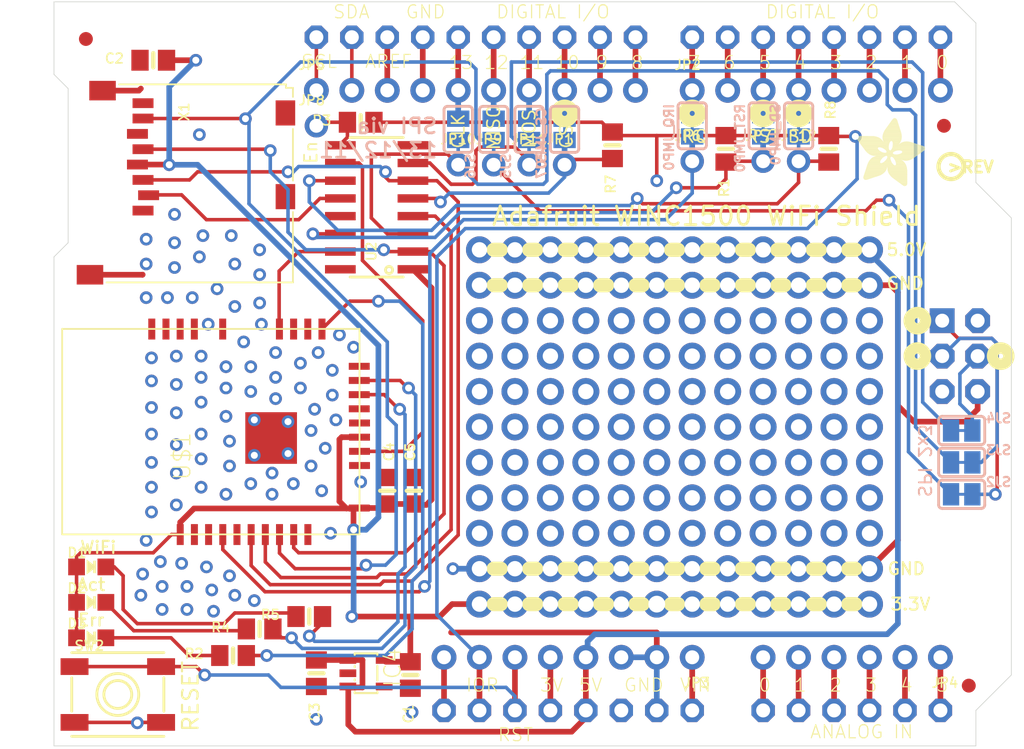
<source format=kicad_pcb>
(kicad_pcb (version 20211014) (generator pcbnew)
  (layers (0 "F.Cu" signal) (31 "B.Cu" signal) (34 "B.Paste" user) (35 "F.Paste" user) (36 "B.SilkS" user "B.Silkscreen") (37 "F.SilkS" user "F.Silkscreen") (38 "B.Mask" user) (39 "F.Mask" user) (44 "Edge.Cuts" user))
  (net 0 "")
  (net 1 "GND")
  (net 2 "RESET")
  (net 3 "D6")
  (net 4 "D3")
  (net 5 "D2")
  (net 6 "D1")
  (net 7 "D0")
  (net 8 "VIN")
  (net 9 "NC")
  (net 10 "A5")
  (net 11 "A4")
  (net 12 "A3")
  (net 13 "A2")
  (net 14 "A1")
  (net 15 "A0")
  (net 16 "SCL")
  (net 17 "SDA")
  (net 18 "AREF")
  (net 19 "D9")
  (net 20 "MISO")
  (net 21 "WINC_IRQ")
  (net 22 "D10")
  (net 23 "D7")
  (net 24 "D4")
  (net 25 "MOSI_ICSP")
  (net 26 "SCK_ICSP")
  (net 27 "D13")
  (net 28 "D11")
  (net 29 "D12")
  (net 30 "MISO_ICSP")
  (net 31 "SCK")
  (net 32 "MOSI")
  (net 33 "3.3V")
  (net 34 "WINC_RST")
  (net 35 "+5V")
  (net 36 "+3V")
  (net 37 "D5")
  (net 38 "D8")
  (net 39 "MOSI_3V")
  (net 40 "CS_3V")
  (net 41 "SCK_3V")
  (net 42 "RST_3V")
  (net 43 "EN_3V")
  (net 44 "GPIO15")
  (net 45 "GPIO16")
  (net 46 "VIOREF")
  (net 47 "WINC_CS")
  (net 48 "WINC_EN")
  (net 49 "N$1")
  (net 50 "N$5")
  (net 51 "N$6")
  (net 52 "N$8")
  (net 53 "SDCS_3V")
  (net 54 "SDCS")
  (net 55 "N$24")
  (net 56 "N$25")
  (net 57 "N$27")
  (net 58 "N$28")
  (net 59 "N$29")
  (net 60 "N$30")
  (net 61 "N$10")
  (net 62 "N$12")
  (net 63 "N$13")
  (net 64 "N$19")
  (net 65 "N$20")
  (net 66 "N$36")
  (net 67 "N$21")
  (net 68 "N$22")
  (net 69 "N$23")
  (net 70 "N$26")
  (net 71 "N$37")
  (net 72 "N$50")
  (net 73 "N$56")
  (net 74 "N$57")
  (net 75 "N$58")
  (net 76 "N$51")
  (net 77 "N$53")
  (net 78 "N$54")
  (net 79 "N$55")
  (net 80 "N$83")
  (net 81 "N$84")
  (net 82 "N$85")
  (net 83 "N$86")
  (net 84 "N$87")
  (net 85 "N$88")
  (net 86 "N$101")
  (net 87 "N$102")
  (net 88 "N$103")
  (net 89 "N$104")
  (net 90 "N$105")
  (net 91 "N$106")
  (net 92 "N$107")
  (net 93 "N$108")
  (net 94 "N$109")
  (net 95 "N$110")
  (net 96 "N$111")
  (net 97 "N$112")
  (net 98 "N$118")
  (net 99 "N$119")
  (net 100 "N$130")
  (net 101 "N$131")
  (net 102 "N$142")
  (net 103 "N$143")
  (net 104 "N$164")
  (net 105 "N$165")
  (net 106 "N$172")
  (net 107 "N$173")
  (net 108 "N$174")
  (net 109 "N$175")
  (net 110 "N$185")
  (net 111 "N$186")
  (net 112 "N$187")
  (net 113 "N$188")
  (net 114 "N$189")
  (net 115 "N$190")
  (net 116 "N$191")
  (net 117 "N$192")
  (net 118 "N$193")
  (net 119 "N$194")
  (net 120 "N$195")
  (net 121 "N$196")
  (net 122 "N$197")
  (net 123 "N$198")
  (net 124 "N$2")
  (net 125 "N$3")
  (net 126 "N$4")
  (net 127 "N$7")
  (net 128 "N$9")
  (net 129 "N$18")
  (net 130 "N$31")
  (net 131 "N$32")
  (net 132 "N$33")
  (net 133 "N$35")
  (net 134 "N$38")
  (net 135 "N$39")
  (net 136 "N$40")
  (net 137 "N$41")
  (net 138 "N$42")
  (footprint "boardEagle:1X10_ROUND70" (layer "F.Cu") (at 144.4371 84.6836)
    (fp_text reference "JP5")
    (fp_text value "")
  )
  (footprint "boardEagle:1X01_ROUND" (layer "F.Cu") (at 159.9311 89.7636)
    (fp_text reference "JP6")
    (fp_text value "")
  )
  (footprint "boardEagle:1X01_ROUND" (layer "F.Cu") (at 148.2471 90.0176)
    (fp_text reference "JP11")
    (fp_text value "")
  )
  (footprint "boardEagle:FIDUCIAL_1MM" (layer "F.Cu") (at 177.9651 87.2236)
    (fp_text reference "FID1" hide)
    (fp_text value "FIDUCIAL_1MM" hide)
  )
  (footprint "boardEagle:0805-NO" (layer "F.Cu") (at 132.4991 122.4026 180)
    (fp_text reference "R5")
    (fp_text value "1K")
  )
  (footprint "boardEagle:FIDUCIAL_1MM" (layer "F.Cu") (at 179.7431 127.3556)
    (fp_text reference "FID2" hide)
    (fp_text value "FIDUCIAL_1MM" hide)
  )
  (footprint "boardEagle:0805-NO" (layer "F.Cu") (at 162.3441 88.8746 -90)
    (fp_text reference "R1")
    (fp_text value "100K")
  )
  (footprint "boardEagle:MICROSD" (layer "F.Cu") (at 131.2291 84.3026 -90)
    (fp_text reference "X1")
    (fp_text value "microSd")
  )
  (footprint "boardEagle:ATWINC1500_MR210PA" (layer "F.Cu") (at 128.4351 108.9406 90)
    (fp_text reference "U$1")
    (fp_text value "ATWINC1500_MR210PB")
  )
  (footprint "boardEagle:ADAFRUIT_5MM" (layer "F.Cu") (at 171.7421 91.5416)
    (fp_text reference "U$9" hide)
    (fp_text value "" hide)
  )
  (footprint "boardEagle:1X08_ROUND_70" (layer "F.Cu") (at 151.0411 125.3236 180)
    (fp_text reference "JP3")
    (fp_text value "")
  )
  (footprint "boardEagle:CHIPLED_0805_NOOUTLINE" (layer "F.Cu") (at 116.8781 118.8466 -90)
    (fp_text reference "D1")
    (fp_text value "green")
  )
  (footprint "boardEagle:1X01_ROUND" (layer "F.Cu") (at 145.7071 90.0176)
    (fp_text reference "JP9")
    (fp_text value "")
  )
  (footprint "" (layer "F.Cu") (at 128.1811 129.1336)
    (fp_text reference "@HOLE0" hide)
    (fp_text value "")
  )
  (footprint "boardEagle:1X01_ROUND" (layer "F.Cu") (at 167.5511 89.7636)
    (fp_text reference "JP12")
    (fp_text value "")
  )
  (footprint "boardEagle:1X06_ROUND_70" (layer "F.Cu") (at 171.3611 125.3236 180)
    (fp_text reference "JP4")
    (fp_text value "")
  )
  (footprint "" (layer "F.Cu") (at 180.2511 96.1136)
    (fp_text reference "@HOLE1" hide)
    (fp_text value "")
  )
  (footprint "boardEagle:1X01_ROUND" (layer "F.Cu") (at 165.0111 89.7636)
    (fp_text reference "JP7")
    (fp_text value "")
  )
  (footprint "boardEagle:0805-NO" (layer "F.Cu") (at 136.1821 86.9696 180)
    (fp_text reference "R3")
    (fp_text value "100K")
  )
  (footprint "" (layer "F.Cu") (at 129.4511 80.8736)
    (fp_text reference "@HOLE3" hide)
    (fp_text value "")
  )
  (footprint "boardEagle:CHIPLED_0805_NOOUTLINE" (layer "F.Cu") (at 116.8781 121.3866 -90)
    (fp_text reference "D2")
    (fp_text value "Yellow")
  )
  (footprint "boardEagle:0805-NO" (layer "F.Cu") (at 133.0071 126.4666 -90)
    (fp_text reference "C3")
    (fp_text value "10uF")
  )
  (footprint "boardEagle:0805-NO" (layer "F.Cu") (at 128.9431 123.2916 180)
    (fp_text reference "R4")
    (fp_text value "1K")
  )
  (footprint "boardEagle:EVQ-Q2_SMALLER" (layer "F.Cu") (at 118.7831 127.9906)
    (fp_text reference "SW2")
    (fp_text value "Tactile")
  )
  (footprint "boardEagle:0805-NO" (layer "F.Cu") (at 169.7101 88.8746 90)
    (fp_text reference "R8")
    (fp_text value "100K")
  )
  (footprint "boardEagle:0805-NO" (layer "F.Cu") (at 154.2161 88.6206 -90)
    (fp_text reference "R7")
    (fp_text value "100K")
  )
  (footprint "boardEagle:ARDUINOR3_ICSP_NODIM" (layer "F.Cu") (at 114.2111 131.6736)
    (fp_text reference "M1" hide)
    (fp_text value "ARDUINO_R3_ICSP_NODIM" hide)
  )
  (footprint "boardEagle:1X01_ROUND" (layer "F.Cu") (at 143.1671 90.0176)
    (fp_text reference "JP10")
    (fp_text value "")
  )
  (footprint "boardEagle:0805-NO" (layer "F.Cu") (at 139.9921 113.3856 90)
    (fp_text reference "C5")
    (fp_text value "1uF")
  )
  (footprint "boardEagle:1X01_ROUND" (layer "F.Cu") (at 133.0071 87.2236)
    (fp_text reference "JP8")
    (fp_text value "")
  )
  (footprint "boardEagle:0805-NO" (layer "F.Cu") (at 121.3231 82.5246 180)
    (fp_text reference "C2")
    (fp_text value "10uF")
  )
  (footprint "boardEagle:1X01_ROUND" (layer "F.Cu") (at 150.7871 90.0176)
    (fp_text reference "JP1")
    (fp_text value "")
  )
  (footprint "boardEagle:SOIC16" (layer "F.Cu") (at 137.3251 93.0656 90)
    (fp_text reference "U2")
    (fp_text value "74HC4050")
  )
  (footprint "boardEagle:0805-NO" (layer "F.Cu") (at 138.0871 113.3856 90)
    (fp_text reference "C4")
    (fp_text value "10uF")
  )
  (footprint "boardEagle:FIDUCIAL_1MM" (layer "F.Cu") (at 116.4971 81.0006)
    (fp_text reference "FID3" hide)
    (fp_text value "FIDUCIAL_1MM" hide)
  )
  (footprint "boardEagle:SOT23-5L" (layer "F.Cu") (at 136.5631 126.4666 -90)
    (fp_text reference "IC4")
    (fp_text value "AP2112-3.3")
  )
  (footprint "boardEagle:PCBFEAT-REV-040" (layer "F.Cu") (at 178.4731 90.1446)
    (fp_text reference "U$21" hide)
    (fp_text value "" hide)
  )
  (footprint "boardEagle:1X08_ROUND_70" (layer "F.Cu") (at 168.8211 84.6836)
    (fp_text reference "JP2")
    (fp_text value "")
  )
  (footprint "boardEagle:0805-NO" (layer "F.Cu") (at 127.0381 125.1966 180)
    (fp_text reference "R2")
    (fp_text value "1K")
  )
  (footprint "" (layer "F.Cu") (at 180.2511 124.0536)
    (fp_text reference "@HOLE2" hide)
    (fp_text value "")
  )
  (footprint "boardEagle:0805-NO" (layer "F.Cu") (at 139.7381 126.5936 -90)
    (fp_text reference "C1")
    (fp_text value "10uF")
  )
  (footprint "boardEagle:CHIPLED_0805_NOOUTLINE" (layer "F.Cu") (at 116.8781 123.9266 -90)
    (fp_text reference "D3")
    (fp_text value "Red")
  )
  (footprint "boardEagle:SOLDERJUMPER_REFLOW_NOPASTE" (layer "B.Cu") (at 143.1671 87.4776 90)
    (fp_text reference "SJ6")
    (fp_text value "D13_SCLK")
  )
  (footprint "boardEagle:SOLDERJUMPER_CLOSEDWIRE" (layer "B.Cu") (at 150.7871 87.4776 -90)
    (fp_text reference "CS_JMP0")
    (fp_text value "")
  )
  (footprint "boardEagle:SOLDERJUMPER_CLOSEDWIRE" (layer "B.Cu") (at 179.2351 111.3536 180)
    (fp_text reference "SJ3")
    (fp_text value "ISCP_SCLK")
  )
  (footprint "boardEagle:SOLDERJUMPER_CLOSEDWIRE" (layer "B.Cu") (at 179.2351 113.6396 180)
    (fp_text reference "SJ2")
    (fp_text value "ICSP_MISO")
  )
  (footprint "boardEagle:SOLDERJUMPER_REFLOW_NOPASTE" (layer "B.Cu") (at 145.7071 87.4776 90)
    (fp_text reference "SJ5")
    (fp_text value "D12_MISO")
  )
  (footprint "boardEagle:SOLDERJUMPER_CLOSEDWIRE" (layer "B.Cu") (at 159.9311 87.2236 -90)
    (fp_text reference "IRQ_JMP0")
    (fp_text value "")
  )
  (footprint "boardEagle:SOLDERJUMPER_REFLOW_NOPASTE" (layer "B.Cu") (at 148.2471 87.4776 90)
    (fp_text reference "SJ7")
    (fp_text value "D11_MOSI")
  )
  (footprint "boardEagle:SOLDERJUMPER_CLOSEDWIRE" (layer "B.Cu") (at 179.2351 109.0676 180)
    (fp_text reference "SJ4")
    (fp_text value "ICSP_MOSI")
  )
  (footprint "boardEagle:SOLDERJUMPER_CLOSEDWIRE" (layer "B.Cu") (at 165.0111 87.2236 -90)
    (fp_text reference "RST_JMP0")
    (fp_text value "")
  )
  (footprint "boardEagle:SOLDERJUMPER_CLOSEDWIRE" (layer "B.Cu") (at 167.5511 87.2236 -90)
    (fp_text reference "SD_JMP0")
    (fp_text value "")
  )
  (gr_line (start 171.1071 121.5136) (end 171.6151 121.5136) (layer "F.SilkS") (width 1.016))
  (gr_circle (center 165.0111 86.3346) (end 165.190703 86.3346) (layer "F.SilkS") (width 0.8128) (fill none))
  (gr_line (start 169.0751 98.6536) (end 168.5671 98.6536) (layer "F.SilkS") (width 1.016))
  (gr_line (start 160.9471 121.5136) (end 161.4551 121.5136) (layer "F.SilkS") (width 1.016))
  (gr_line (start 153.8351 98.6536) (end 153.3271 98.6536) (layer "F.SilkS") (width 1.016))
  (gr_line (start 148.2471 121.5136) (end 148.7551 121.5136) (layer "F.SilkS") (width 1.016))
  (gr_line (start 160.9471 118.9736) (end 161.4551 118.9736) (layer "F.SilkS") (width 1.016))
  (gr_circle (center 150.7871 86.3346) (end 150.966703 86.3346) (layer "F.SilkS") (width 0.8128) (fill none))
  (gr_line (start 158.9151 98.6536) (end 158.4071 98.6536) (layer "F.SilkS") (width 1.016))
  (gr_line (start 153.3271 121.5136) (end 153.8351 121.5136) (layer "F.SilkS") (width 1.016))
  (gr_circle (center 182.0291 103.7336) (end 182.208703 103.7336) (layer "F.SilkS") (width 0.8128) (fill none))
  (gr_line (start 168.5671 118.9736) (end 169.0751 118.9736) (layer "F.SilkS") (width 1.016))
  (gr_line (start 161.4551 96.1136) (end 160.9471 96.1136) (layer "F.SilkS") (width 1.016))
  (gr_line (start 146.2151 98.6536) (end 145.7071 98.6536) (layer "F.SilkS") (width 1.016))
  (gr_line (start 156.3751 98.6536) (end 155.8671 98.6536) (layer "F.SilkS") (width 1.016))
  (gr_line (start 163.9951 96.1136) (end 163.4871 96.1136) (layer "F.SilkS") (width 1.016))
  (gr_line (start 148.2471 118.9736) (end 148.7551 118.9736) (layer "F.SilkS") (width 1.016))
  (gr_line (start 169.0751 96.1136) (end 168.5671 96.1136) (layer "F.SilkS") (width 1.016))
  (gr_line (start 163.4871 121.5136) (end 163.9951 121.5136) (layer "F.SilkS") (width 1.016))
  (gr_line (start 145.7071 118.9736) (end 146.2151 118.9736) (layer "F.SilkS") (width 1.016))
  (gr_line (start 148.7551 98.6536) (end 148.2471 98.6536) (layer "F.SilkS") (width 1.016))
  (gr_line (start 156.3751 96.1136) (end 155.8671 96.1136) (layer "F.SilkS") (width 1.016))
  (gr_line (start 166.5351 98.6536) (end 166.0271 98.6536) (layer "F.SilkS") (width 1.016))
  (gr_line (start 161.4551 98.6536) (end 160.9471 98.6536) (layer "F.SilkS") (width 1.016))
  (gr_line (start 158.9151 96.1136) (end 158.4071 96.1136) (layer "F.SilkS") (width 1.016))
  (gr_line (start 145.7071 121.5136) (end 146.2151 121.5136) (layer "F.SilkS") (width 1.016))
  (gr_line (start 163.4871 118.9736) (end 163.9951 118.9736) (layer "F.SilkS") (width 1.016))
  (gr_line (start 151.2951 96.1136) (end 150.7871 96.1136) (layer "F.SilkS") (width 1.016))
  (gr_line (start 171.6151 96.1136) (end 171.1071 96.1136) (layer "F.SilkS") (width 1.016))
  (gr_line (start 148.7551 96.1136) (end 148.2471 96.1136) (layer "F.SilkS") (width 1.016))
  (gr_line (start 163.9951 98.6536) (end 163.4871 98.6536) (layer "F.SilkS") (width 1.016))
  (gr_line (start 146.2151 96.1136) (end 145.7071 96.1136) (layer "F.SilkS") (width 1.016))
  (gr_line (start 155.8671 118.9736) (end 156.3751 118.9736) (layer "F.SilkS") (width 1.016))
  (gr_line (start 150.7871 121.5136) (end 151.2951 121.5136) (layer "F.SilkS") (width 1.016))
  (gr_line (start 158.4071 121.5136) (end 158.9151 121.5136) (layer "F.SilkS") (width 1.016))
  (gr_circle (center 167.5511 86.3346) (end 167.730703 86.3346) (layer "F.SilkS") (width 0.8128) (fill none))
  (gr_circle (center 159.9311 86.3346) (end 160.110703 86.3346) (layer "F.SilkS") (width 0.8128) (fill none))
  (gr_line (start 151.2951 98.6536) (end 150.7871 98.6536) (layer "F.SilkS") (width 1.016))
  (gr_line (start 158.4071 118.9736) (end 158.9151 118.9736) (layer "F.SilkS") (width 1.016))
  (gr_line (start 153.3271 118.9736) (end 153.8351 118.9736) (layer "F.SilkS") (width 1.016))
  (gr_line (start 153.8351 96.1136) (end 153.3271 96.1136) (layer "F.SilkS") (width 1.016))
  (gr_line (start 166.5351 96.1136) (end 166.0271 96.1136) (layer "F.SilkS") (width 1.016))
  (gr_line (start 150.7871 118.9736) (end 151.2951 118.9736) (layer "F.SilkS") (width 1.016))
  (gr_line (start 171.1071 118.9736) (end 171.6151 118.9736) (layer "F.SilkS") (width 1.016))
  (gr_line (start 155.8671 121.5136) (end 156.3751 121.5136) (layer "F.SilkS") (width 1.016))
  (gr_line (start 166.0271 121.5136) (end 166.5351 121.5136) (layer "F.SilkS") (width 1.016))
  (gr_circle (center 176.0601 101.1936) (end 176.239703 101.1936) (layer "F.SilkS") (width 0.8128) (fill none))
  (gr_line (start 171.6151 98.6536) (end 171.1071 98.6536) (layer "F.SilkS") (width 1.016))
  (gr_line (start 168.5671 121.5136) (end 169.0751 121.5136) (layer "F.SilkS") (width 1.016))
  (gr_line (start 166.0271 118.9736) (end 166.5351 118.9736) (layer "F.SilkS") (width 1.016))
  (gr_circle (center 176.0601 103.7336) (end 176.239703 103.7336) (layer "F.SilkS") (width 0.8128) (fill none))
  (gr_line (start 182.7911 93.8276) (end 180.2511 91.2876) (layer "Edge.Cuts") (width 0.05))
  (gr_line (start 114.2111 96.6216) (end 114.2111 131.6736) (layer "Edge.Cuts") (width 0.05))
  (gr_line (start 182.7911 126.5936) (end 182.7911 93.8276) (layer "Edge.Cuts") (width 0.05))
  (gr_line (start 115.2271 84.5566) (end 115.2271 95.6056) (layer "Edge.Cuts") (width 0.05))
  (gr_line (start 115.2271 95.6056) (end 114.2111 96.6216) (layer "Edge.Cuts") (width 0.05))
  (gr_line (start 180.2511 79.8576) (end 178.7271 78.3336) (layer "Edge.Cuts") (width 0.05))
  (gr_line (start 114.2111 78.3336) (end 114.2111 83.5406) (layer "Edge.Cuts") (width 0.05))
  (gr_line (start 178.7271 78.3336) (end 114.2111 78.3336) (layer "Edge.Cuts") (width 0.05))
  (gr_line (start 180.2511 131.6736) (end 180.2511 129.1336) (layer "Edge.Cuts") (width 0.05))
  (gr_line (start 180.2511 91.2876) (end 180.2511 79.8576) (layer "Edge.Cuts") (width 0.05))
  (gr_line (start 114.2111 131.6736) (end 180.2511 131.6736) (layer "Edge.Cuts") (width 0.05))
  (gr_line (start 180.2511 129.1336) (end 182.7911 126.5936) (layer "Edge.Cuts") (width 0.05))
  (gr_line (start 114.2111 83.5406) (end 115.2271 84.5566) (layer "Edge.Cuts") (width 0.05))
  (gr_text "SPI 2x3" (at 176.5681 111.2266 -90) (layer "B.SilkS") (effects (font (size 0.88392 0.88392) (thickness 0.13208)) (justify mirror)))
  (gr_text "SPI via\n13/12/11" (at 141.7701 88.1126) (layer "B.SilkS") (effects (font (size 1.0795 1.0795) (thickness 0.1905)) (justify left mirror)))
  (gr_text "MISO" (at 145.7071 87.3506 90) (layer "F.SilkS") (effects (font (size 0.89408 0.89408) (thickness 0.12192))))
  (gr_text "IRQ" (at 159.9311 87.9856) (layer "F.SilkS") (effects (font (size 0.89408 0.89408) (thickness 0.12192))))
  (gr_text "RESET" (at 123.9901 128.1176 90) (layer "F.SilkS") (effects (font (size 1.1176 1.1176) (thickness 0.1524))))
  (gr_text "Err" (at 116.8781 122.6566) (layer "F.SilkS") (effects (font (size 0.8636 0.8636) (thickness 0.1524))))
  (gr_text "3.3V" (at 177.0761 121.0056) (layer "F.SilkS") (effects (font (size 0.87376 0.87376) (thickness 0.14224)) (justify right top)))
  (gr_text "5.0V" (at 173.7741 96.6216) (layer "F.SilkS") (effects (font (size 0.87376 0.87376) (thickness 0.14224)) (justify left bottom)))
  (gr_text "CS" (at 150.9141 87.9856 90) (layer "F.SilkS") (effects (font (size 0.89408 0.89408) (thickness 0.12192))))
  (gr_text "Act" (at 116.8781 120.1166) (layer "F.SilkS") (effects (font (size 0.8636 0.8636) (thickness 0.1524))))
  (gr_text "RST" (at 165.0111 87.9856) (layer "F.SilkS") (effects (font (size 0.89408 0.89408) (thickness 0.12192))))
  (gr_text "WiFi" (at 117.3861 117.4496) (layer "F.SilkS") (effects (font (size 0.8636 0.8636) (thickness 0.1524))))
  (gr_text "En" (at 133.1341 90.0176 90) (layer "F.SilkS") (effects (font (size 0.89408 0.89408) (thickness 0.12192)) (justify left bottom)))
  (gr_text "MOSI" (at 148.2471 87.2236 90) (layer "F.SilkS") (effects (font (size 0.89408 0.89408) (thickness 0.12192))))
  (gr_text "GND" (at 176.6951 118.4656) (layer "F.SilkS") (effects (font (size 0.87376 0.87376) (thickness 0.14224)) (justify right top)))
  (gr_text "Adafruit WINC1500 WiFi Shield" (at 160.9471 93.7006) (layer "F.SilkS") (effects (font (size 1.32588 1.32588) (thickness 0.19812))))
  (gr_text "CLK" (at 143.1671 87.6046 90) (layer "F.SilkS") (effects (font (size 0.89408 0.89408) (thickness 0.12192))))
  (gr_text "SD" (at 167.6781 87.9856) (layer "F.SilkS") (effects (font (size 0.89408 0.89408) (thickness 0.12192))))
  (gr_text "GND" (at 173.7741 99.0346) (layer "F.SilkS") (effects (font (size 0.87376 0.87376) (thickness 0.14224)) (justify left bottom)))
  (segment (start 120.5501 97.9026) (end 120.5611 97.8916) (width 0.4064) (layer "F.Cu") (net 1))
  (segment (start 174.1551 98.6536) (end 174.6631 99.1616) (width 0.4064) (layer "F.Cu") (net 1))
  (segment (start 172.6311 118.9736) (end 174.6631 116.9416) (width 0.4064) (layer "F.Cu") (net 1))
  (segment (start 157.3911 123.5456) (end 142.6591 123.5456) (width 0.4064) (layer "F.Cu") (net 1))
  (segment (start 175.8061 108.4326) (end 179.4891 108.4326) (width 0.4064) (layer "F.Cu") (net 1))
  (segment (start 120.2881 84.7026) (end 120.4341 84.5566) (width 0.4064) (layer "F.Cu") (net 1))
  (segment (start 174.6631 99.1616) (end 174.6631 107.2896) (width 0.4064) (layer "F.Cu") (net 1))
  (segment (start 117.6891 84.7026) (end 120.2881 84.7026) (width 0.4064) (layer "F.Cu") (net 1))
  (segment (start 179.4891 108.4326) (end 180.3781 107.5436) (width 0.4064) (layer "F.Cu") (net 1))
  (segment (start 116.7891 97.9026) (end 120.5501 97.9026) (width 0.4064) (layer "F.Cu") (net 1))
  (segment (start 174.6631 107.2896) (end 175.8061 108.4326) (width 0.4064) (layer "F.Cu") (net 1))
  (segment (start 140.6271 80.8736) (end 140.6271 84.6836) (width 0.4064) (layer "F.Cu") (net 1))
  (segment (start 174.6631 116.9416) (end 174.6631 107.2896) (width 0.4064) (layer "F.Cu") (net 1))
  (segment (start 180.3781 107.5436) (end 180.3781 106.2736) (width 0.4064) (layer "F.Cu") (net 1))
  (segment (start 115.6831 129.9906) (end 121.8831 129.9906) (width 0.254) (layer "F.Cu") (net 1))
  (segment (start 157.3911 125.3236) (end 157.3911 123.5456) (width 0.4064) (layer "F.Cu") (net 1))
  (segment (start 172.6311 98.6536) (end 174.1551 98.6536) (width 0.4064) (layer "F.Cu") (net 1))
  (via (at 135.6741 103.0986) (size 0.9064) (drill 0.5) (layers "F.Cu" "B.Cu") (net 1))
  (via (at 121.8311 118.4656) (size 0.9064) (drill 0.5) (layers "F.Cu" "B.Cu") (net 1))
  (via (at 121.9581 121.8946) (size 0.9064) (drill 0.5) (layers "F.Cu" "B.Cu") (net 1))
  (via (at 124.7521 113.1316) (size 0.9064) (drill 0.5) (layers "F.Cu" "B.Cu") (net 1))
  (via (at 126.7841 119.4816) (size 0.9064) (drill 0.5) (layers "F.Cu" "B.Cu") (net 1))
  (via (at 152.3111 118.9736) (size 1.9304) (drill 1.1) (layers "F.Cu" "B.Cu") (net 1))
  (via (at 147.2311 98.6536) (size 1.9304) (drill 1.1) (layers "F.Cu" "B.Cu") (net 1))
  (via (at 131.8641 104.2416) (size 0.9064) (drill 0.5) (layers "F.Cu" "B.Cu") (net 1))
  (via (at 123.7361 121.8946) (size 0.9064) (drill 0.5) (layers "F.Cu" "B.Cu") (net 1))
  (via (at 128.5621 108.3056) (size 0.9064) (drill 0.5) (layers "F.Cu" "B.Cu") (net 1))
  (via (at 121.1961 111.3536) (size 0.9064) (drill 0.5) (layers "F.Cu" "B.Cu") (net 1))
  (via (at 133.0071 129.7686) (size 0.9064) (drill 0.5) (layers "F.Cu" "B.Cu") (net 1))
  (via (at 149.7711 98.6536) (size 1.9304) (drill 1.1) (layers "F.Cu" "B.Cu") (net 1))
  (via (at 127.1651 100.1776) (size 0.9064) (drill 0.5) (layers "F.Cu" "B.Cu") (net 1))
  (via (at 128.9431 96.1136) (size 0.9064) (drill 0.5) (layers "F.Cu" "B.Cu") (net 1))
  (via (at 159.9311 98.6536) (size 1.9304) (drill 1.1) (layers "F.Cu" "B.Cu") (net 1))
  (via (at 132.6261 109.0676) (size 0.9064) (drill 0.5) (layers "F.Cu" "B.Cu") (net 1))
  (via (at 133.1341 103.4796) (size 0.9064) (drill 0.5) (layers "F.Cu" "B.Cu") (net 1))
  (via (at 122.9741 114.4016) (size 0.9064) (drill 0.5) (layers "F.Cu" "B.Cu") (net 1))
  (via (at 121.1961 105.5116) (size 0.9064) (drill 0.5) (layers "F.Cu" "B.Cu") (net 1))
  (via (at 172.6311 98.6536) (size 1.9304) (drill 1.1) (layers "F.Cu" "B.Cu") (net 1))
  (via (at 162.4711 98.6536) (size 1.9304) (drill 1.1) (layers "F.Cu" "B.Cu") (net 1))
  (via (at 136.1821 112.7506) (size 0.9064) (drill 0.5) (layers "F.Cu" "B.Cu") (net 1))
  (via (at 132.6261 111.6076) (size 0.9064) (drill 0.5) (layers "F.Cu" "B.Cu") (net 1))
  (via (at 172.6311 118.9736) (size 1.9304) (drill 1.1) (layers "F.Cu" "B.Cu") (net 1))
  (via (at 134.4041 108.3056) (size 0.9064) (drill 0.5) (layers "F.Cu" "B.Cu") (net 1))
  (via (at 120.8151 99.5426) (size 0.9064) (drill 0.5) (layers "F.Cu" "B.Cu") (net 1))
  (via (at 144.6911 118.9736) (size 1.9304) (drill 1.1) (layers "F.Cu" "B.Cu") (net 1))
  (via (at 131.8641 106.0196) (size 0.9064) (drill 0.5) (layers "F.Cu" "B.Cu") (net 1))
  (via (at 121.1961 114.9096) (size 0.9064) (drill 0.5) (layers "F.Cu" "B.Cu") (net 1))
  (via (at 133.3881 113.3856) (size 0.9064) (drill 0.5) (layers "F.Cu" "B.Cu") (net 1))
  (via (at 123.7361 120.2436) (size 0.9064) (drill 0.5) (layers "F.Cu" "B.Cu") (net 1))
  (via (at 122.9741 112.1156) (size 0.9064) (drill 0.5) (layers "F.Cu" "B.Cu") (net 1))
  (via (at 129.8321 112.1156) (size 0.9064) (drill 0.5) (layers "F.Cu" "B.Cu") (net 1))
  (via (at 125.5141 120.4976) (size 0.9064) (drill 0.5) (layers "F.Cu" "B.Cu") (net 1))
  (via (at 125.1331 118.8466) (size 0.9064) (drill 0.5) (layers "F.Cu" "B.Cu") (net 1))
  (via (at 128.5621 110.8456) (size 0.9064) (drill 0.5) (layers "F.Cu" "B.Cu") (net 1))
  (via (at 122.3391 99.5426) (size 0.9064) (drill 0.5) (layers "F.Cu" "B.Cu") (net 1))
  (via (at 122.9741 103.7336) (size 0.9064) (drill 0.5) (layers "F.Cu" "B.Cu") (net 1))
  (via (at 149.7711 118.9736) (size 1.9304) (drill 1.1) (layers "F.Cu" "B.Cu") (net 1))
  (via (at 157.3911 118.9736) (size 1.9304) (drill 1.1) (layers "F.Cu" "B.Cu") (net 1))
  (via (at 165.0111 118.9736) (size 1.9304) (drill 1.1) (layers "F.Cu" "B.Cu") (net 1))
  (via (at 165.0111 98.6536) (size 1.9304) (drill 1.1) (layers "F.Cu" "B.Cu") (net 1))
  (via (at 121.1961 113.1316) (size 0.9064) (drill 0.5) (layers "F.Cu" "B.Cu") (net 1))
  (via (at 124.7521 107.0356) (size 0.9064) (drill 0.5) (layers "F.Cu" "B.Cu") (net 1))
  (via (at 121.1961 103.8606) (size 0.9064) (drill 0.5) (layers "F.Cu" "B.Cu") (net 1))
  (via (at 170.0911 118.9736) (size 1.9304) (drill 1.1) (layers "F.Cu" "B.Cu") (net 1))
  (via (at 130.0861 103.4796) (size 0.9064) (drill 0.5) (layers "F.Cu" "B.Cu") (net 1))
  (via (at 124.7521 103.7336) (size 0.9064) (drill 0.5) (layers "F.Cu" "B.Cu") (net 1))
  (via (at 129.8321 113.6396) (size 0.9064) (drill 0.5) (layers "F.Cu" "B.Cu") (net 1))
  (via (at 133.6421 110.3376) (size 0.9064) (drill 0.5) (layers "F.Cu" "B.Cu") (net 1))
  (via (at 159.9311 118.9736) (size 1.9304) (drill 1.1) (layers "F.Cu" "B.Cu") (net 1))
  (via (at 124.6251 87.8586) (size 0.9064) (drill 0.5) (layers "F.Cu" "B.Cu") (net 1))
  (via (at 130.0861 105.2576) (size 0.9064) (drill 0.5) (layers "F.Cu" "B.Cu") (net 1))
  (via (at 128.3081 104.4956) (size 0.9064) (drill 0.5) (layers "F.Cu" "B.Cu") (net 1))
  (via (at 142.7861 118.9736) (size 0.9064) (drill 0.5) (layers "F.Cu" "B.Cu") (net 1))
  (via (at 130.0861 106.7816) (size 0.9064) (drill 0.5) (layers "F.Cu" "B.Cu") (net 1))
  (via (at 128.9431 99.9236) (size 0.9064) (drill 0.5) (layers "F.Cu" "B.Cu") (net 1))
  (via (at 127.1651 97.1296) (size 0.9064) (drill 0.5) (layers "F.Cu" "B.Cu") (net 1))
  (via (at 152.3111 98.6536) (size 1.9304) (drill 1.1) (layers "F.Cu" "B.Cu") (net 1))
  (via (at 122.8471 97.3836) (size 0.9064) (drill 0.5) (layers "F.Cu" "B.Cu") (net 1))
  (via (at 120.4341 120.8786) (size 0.9064) (drill 0.5) (layers "F.Cu" "B.Cu") (net 1))
  (via (at 129.0701 101.4476) (size 0.9064) (drill 0.5) (layers "F.Cu" "B.Cu") (net 1))
  (via (at 126.9111 95.0976) (size 0.9064) (drill 0.5) (layers "F.Cu" "B.Cu") (net 1))
  (via (at 127.1651 120.8786) (size 0.9064) (drill 0.5) (layers "F.Cu" "B.Cu") (net 1))
  (via (at 162.4711 118.9736) (size 1.9304) (drill 1.1) (layers "F.Cu" "B.Cu") (net 1))
  (via (at 130.9751 108.4326) (size 0.9064) (drill 0.5) (layers "F.Cu" "B.Cu") (net 1))
  (via (at 154.8511 98.6536) (size 1.9304) (drill 1.1) (layers "F.Cu" "B.Cu") (net 1))
  (via (at 126.5301 106.0196) (size 0.9064) (drill 0.5) (layers "F.Cu" "B.Cu") (net 1))
  (via (at 122.9741 107.7976) (size 0.9064) (drill 0.5) (layers "F.Cu" "B.Cu") (net 1))
  (via (at 120.8151 116.9416) (size 0.9064) (drill 0.5) (layers "F.Cu" "B.Cu") (net 1))
  (via (at 134.1501 104.7496) (size 0.9064) (drill 0.5) (layers "F.Cu" "B.Cu") (net 1))
  (via (at 124.7521 105.2576) (size 0.9064) (drill 0.5) (layers "F.Cu" "B.Cu") (net 1))
  (via (at 120.5611 119.3546) (size 0.9064) (drill 0.5) (layers "F.Cu" "B.Cu") (net 1))
  (via (at 121.9581 120.2436) (size 0.9064) (drill 0.5) (layers "F.Cu" "B.Cu") (net 1))
  (via (at 126.5301 113.6396) (size 0.9064) (drill 0.5) (layers "F.Cu" "B.Cu") (net 1))
  (via (at 128.3081 106.2736) (size 0.9064) (drill 0.5) (layers "F.Cu" "B.Cu") (net 1))
  (via (at 120.8151 97.1296) (size 0.9064) (drill 0.5) (layers "F.Cu" "B.Cu") (net 1))
  (via (at 125.2601 101.4476) (size 0.9064) (drill 0.5) (layers "F.Cu" "B.Cu") (net 1))
  (via (at 123.3551 118.5926) (size 0.9064) (drill 0.5) (layers "F.Cu" "B.Cu") (net 1))
  (via (at 134.0231 116.4336) (size 0.9064) (drill 0.5) (layers "F.Cu" "B.Cu") (net 1))
  (via (at 120.1801 130.0226) (size 0.9064) (drill 0.5) (layers "F.Cu" "B.Cu") (net 1))
  (via (at 147.2311 118.9736) (size 1.9304) (drill 1.1) (layers "F.Cu" "B.Cu") (net 1))
  (via (at 121.1961 109.3216) (size 0.9064) (drill 0.5) (layers "F.Cu" "B.Cu") (net 1))
  (via (at 126.7841 111.6076) (size 0.9064) (drill 0.5) (layers "F.Cu" "B.Cu") (net 1))
  (via (at 122.8471 95.6056) (size 0.9064) (drill 0.5) (layers "F.Cu" "B.Cu") (net 1))
  (via (at 126.7841 109.8296) (size 0.9064) (drill 0.5) (layers "F.Cu" "B.Cu") (net 1))
  (via (at 124.1171 99.5426) (size 0.9064) (drill 0.5) (layers "F.Cu" "B.Cu") (net 1))
  (via (at 157.3911 98.6536) (size 1.9304) (drill 1.1) (layers "F.Cu" "B.Cu") (net 1))
  (via (at 139.8651 129.2606) (size 0.9064) (drill 0.5) (layers "F.Cu" "B.Cu") (net 1))
  (via (at 124.7521 109.3216) (size 0.9064) (drill 0.5) (layers "F.Cu" "B.Cu") (net 1))
  (via (at 130.9751 110.7186) (size 0.9064) (drill 0.5) (layers "F.Cu" "B.Cu") (net 1))
  (via (at 125.8951 98.9076) (size 0.9064) (drill 0.5) (layers "F.Cu" "B.Cu") (net 1))
  (via (at 122.9741 110.0836) (size 0.9064) (drill 0.5) (layers "F.Cu" "B.Cu") (net 1))
  (via (at 120.8151 95.3516) (size 0.9064) (drill 0.5) (layers "F.Cu" "B.Cu") (net 1))
  (via (at 124.6251 96.6216) (size 0.9064) (drill 0.5) (layers "F.Cu" "B.Cu") (net 1))
  (via (at 121.1961 107.4166) (size 0.9064) (drill 0.5) (layers "F.Cu" "B.Cu") (net 1))
  (via (at 131.3561 112.8776) (size 0.9064) (drill 0.5) (layers "F.Cu" "B.Cu") (net 1))
  (via (at 124.8791 95.0976) (size 0.9064) (drill 0.5) (layers "F.Cu" "B.Cu") (net 1))
  (via (at 144.6911 98.6536) (size 1.9304) (drill 1.1) (layers "F.Cu" "B.Cu") (net 1))
  (via (at 125.6411 122.0216) (size 0.9064) (drill 0.5) (layers "F.Cu" "B.Cu") (net 1))
  (via (at 126.5301 104.4956) (size 0.9064) (drill 0.5) (layers "F.Cu" "B.Cu") (net 1))
  (via (at 134.1501 106.5276) (size 0.9064) (drill 0.5) (layers "F.Cu" "B.Cu") (net 1))
  (via (at 126.5301 108.0516) (size 0.9064) (drill 0.5) (layers "F.Cu" "B.Cu") (net 1))
  (via (at 127.8001 102.7176) (size 0.9064) (drill 0.5) (layers "F.Cu" "B.Cu") (net 1))
  (via (at 167.5511 98.6536) (size 1.9304) (drill 1.1) (layers "F.Cu" "B.Cu") (net 1))
  (via (at 124.7521 111.0996) (size 0.9064) (drill 0.5) (layers "F.Cu" "B.Cu") (net 1))
  (via (at 154.8511 118.9736) (size 1.9304) (drill 1.1) (layers "F.Cu" "B.Cu") (net 1))
  (via (at 122.9741 105.7656) (size 0.9064) (drill 0.5) (layers "F.Cu" "B.Cu") (net 1))
  (via (at 134.6581 102.2096) (size 0.9064) (drill 0.5) (layers "F.Cu" "B.Cu") (net 1))
  (via (at 132.8801 107.5436) (size 0.9064) (drill 0.5) (layers "F.Cu" "B.Cu") (net 1))
  (via (at 128.3081 112.8776) (size 0.9064) (drill 0.5) (layers "F.Cu" "B.Cu") (net 1))
  (via (at 128.5621 121.2596) (size 0.9064) (drill 0.5) (layers "F.Cu" "B.Cu") (net 1))
  (via (at 128.9431 97.8916) (size 0.9064) (drill 0.5) (layers "F.Cu" "B.Cu") (net 1))
  (via (at 122.8471 93.5736) (size 0.9064) (drill 0.5) (layers "F.Cu" "B.Cu") (net 1))
  (via (at 167.5511 118.9736) (size 1.9304) (drill 1.1) (layers "F.Cu" "B.Cu") (net 1))
  (via (at 170.0911 98.6536) (size 1.9304) (drill 1.1) (layers "F.Cu" "B.Cu") (net 1))
  (segment (start 170.0911 98.6536) (end 167.5511 98.6536) (width 0.4064) (layer "B.Cu") (net 1))
  (segment (start 165.0111 118.9736) (end 167.5511 118.9736) (width 0.4064) (layer "B.Cu") (net 1))
  (segment (start 167.5511 98.6536) (end 165.0111 98.6536) (width 0.4064) (layer "B.Cu") (net 1))
  (segment (start 162.4711 98.6536) (end 159.9311 98.6536) (width 0.4064) (layer "B.Cu") (net 1))
  (segment (start 159.9311 118.9736) (end 162.4711 118.9736) (width 0.4064) (layer "B.Cu") (net 1))
  (segment (start 157.3911 129.1336) (end 157.3911 125.3236) (width 0.4064) (layer "B.Cu") (net 1))
  (segment (start 152.3111 98.6536) (end 149.7711 98.6536) (width 0.4064) (layer "B.Cu") (net 1))
  (segment (start 170.0911 98.6536) (end 172.6311 98.6536) (width 0.4064) (layer "B.Cu") (net 1))
  (segment (start 157.3911 118.9736) (end 159.9311 118.9736) (width 0.4064) (layer "B.Cu") (net 1))
  (segment (start 144.6911 118.9736) (end 142.9131 118.9736) (width 0.4064) (layer "B.Cu") (net 1))
  (segment (start 157.3911 118.9736) (end 154.8511 118.9736) (width 0.4064) (layer "B.Cu") (net 1))
  (segment (start 149.7711 118.9736) (end 152.3111 118.9736) (width 0.4064) (layer "B.Cu") (net 1))
  (segment (start 159.9311 98.6536) (end 157.3911 98.6536) (width 0.4064) (layer "B.Cu") (net 1))
  (segment (start 147.2311 118.9736) (end 149.7711 118.9736) (width 0.4064) (layer "B.Cu") (net 1))
  (segment (start 152.3111 118.9736) (end 154.8511 118.9736) (width 0.4064) (layer "B.Cu") (net 1))
  (segment (start 147.2311 118.9736) (end 144.6911 118.9736) (width 0.4064) (layer "B.Cu") (net 1))
  (segment (start 149.7711 98.6536) (end 147.2311 98.6536) (width 0.4064) (layer "B.Cu") (net 1))
  (segment (start 165.0111 98.6536) (end 162.4711 98.6536) (width 0.4064) (layer "B.Cu") (net 1))
  (segment (start 157.3911 98.6536) (end 154.8511 98.6536) (width 0.4064) (layer "B.Cu") (net 1))
  (segment (start 167.5511 118.9736) (end 170.0911 118.9736) (width 0.4064) (layer "B.Cu") (net 1))
  (segment (start 162.4711 118.9736) (end 165.0111 118.9736) (width 0.4064) (layer "B.Cu") (net 1))
  (segment (start 152.3111 98.6536) (end 154.8511 98.6536) (width 0.4064) (layer "B.Cu") (net 1))
  (segment (start 147.2311 98.6536) (end 144.6911 98.6536) (width 0.4064) (layer "B.Cu") (net 1))
  (segment (start 170.0911 118.9736) (end 172.6311 118.9736) (width 0.4064) (layer "B.Cu") (net 1))
  (segment (start 154.8511 125.3236) (end 157.3911 125.3236) (width 0.4064) (layer "B.Cu") (net 1))
  (segment (start 147.2311 129.1336) (end 147.2311 125.3236) (width 0.4064) (layer "F.Cu") (net 2))
  (segment (start 124.4031 125.9906) (end 125.0061 126.5936) (width 0.254) (layer "F.Cu") (net 2))
  (segment (start 115.6831 125.9906) (end 121.8831 125.9906) (width 0.254) (layer "F.Cu") (net 2))
  (segment (start 121.8831 125.9906) (end 124.4031 125.9906) (width 0.254) (layer "F.Cu") (net 2))
  (via (at 125.0061 126.5936) (size 0.9064) (drill 0.5) (layers "F.Cu" "B.Cu") (net 2))
  (segment (start 146.5961 127.4826) (end 147.2311 128.1176) (width 0.254) (layer "B.Cu") (net 2))
  (segment (start 130.4671 127.4826) (end 129.5781 126.5936) (width 0.254) (layer "B.Cu") (net 2))
  (segment (start 129.5781 126.5936) (end 125.0061 126.5936) (width 0.254) (layer "B.Cu") (net 2))
  (segment (start 147.2311 128.1176) (end 147.2311 129.1336) (width 0.254) (layer "B.Cu") (net 2))
  (segment (start 146.5961 127.4826) (end 130.4671 127.4826) (width 0.254) (layer "B.Cu") (net 2))
  (segment (start 162.4711 80.8736) (end 162.4711 84.6836) (width 0.4064) (layer "F.Cu") (net 3))
  (segment (start 170.0911 80.8736) (end 170.0911 84.6836) (width 0.4064) (layer "F.Cu") (net 4))
  (segment (start 172.6311 80.8736) (end 172.6311 84.6836) (width 0.4064) (layer "F.Cu") (net 5))
  (segment (start 175.1711 80.8736) (end 175.1711 84.6836) (width 0.4064) (layer "F.Cu") (net 6))
  (segment (start 177.7111 80.8736) (end 177.7111 84.6836) (width 0.4064) (layer "F.Cu") (net 7))
  (segment (start 159.9311 125.3236) (end 159.9311 129.1336) (width 0.4064) (layer "F.Cu") (net 8))
  (segment (start 142.1511 125.3236) (end 142.1511 129.1336) (width 0.4064) (layer "F.Cu") (net 9))
  (segment (start 177.7111 129.1336) (end 177.7111 125.3236) (width 0.4064) (layer "F.Cu") (net 10))
  (segment (start 175.1711 125.3236) (end 175.1711 129.1336) (width 0.4064) (layer "F.Cu") (net 11))
  (segment (start 172.6311 125.3236) (end 172.6311 129.1336) (width 0.4064) (layer "F.Cu") (net 12))
  (segment (start 170.0911 125.3236) (end 170.0911 129.1336) (width 0.4064) (layer "F.Cu") (net 13))
  (segment (start 167.5511 125.3236) (end 167.5511 129.1336) (width 0.4064) (layer "F.Cu") (net 14))
  (segment (start 165.0111 125.3236) (end 165.0111 129.1336) (width 0.4064) (layer "F.Cu") (net 15))
  (segment (start 133.0071 80.8736) (end 133.0071 84.6836) (width 0.254) (layer "F.Cu") (net 16))
  (segment (start 135.5471 84.6836) (end 135.5471 80.8736) (width 0.254) (layer "F.Cu") (net 17))
  (segment (start 138.0871 84.6836) (end 138.0871 80.8736) (width 0.4064) (layer "F.Cu") (net 18))
  (segment (start 153.3271 80.8736) (end 153.3271 84.6836) (width 0.4064) (layer "F.Cu") (net 19))
  (segment (start 136.3091 118.9736) (end 136.5631 118.7196) (width 0.254) (layer "F.Cu") (net 20))
  (segment (start 127.9271 86.7026) (end 127.9271 86.7156) (width 0.254) (layer "F.Cu") (net 20))
  (segment (start 145.7071 90.0176) (end 149.0091 93.3196) (width 0.254) (layer "F.Cu") (net 20))
  (segment (start 130.3661 116.5246) (end 130.3661 117.8566) (width 0.254) (layer "F.Cu") (net 20))
  (segment (start 131.4831 118.9736) (end 136.3091 118.9736) (width 0.254) (layer "F.Cu") (net 20))
  (segment (start 173.1391 92.5576) (end 174.0281 92.5576) (width 0.254) (layer "F.Cu") (net 20))
  (segment (start 172.3771 93.3196) (end 173.1391 92.5576) (width 0.254) (layer "F.Cu") (net 20))
  (segment (start 120.5891 86.7026) (end 127.9271 86.7026) (width 0.254) (layer "F.Cu") (net 20))
  (segment (start 149.0091 93.3196) (end 172.3771 93.3196) (width 0.254) (layer "F.Cu") (net 20))
  (segment (start 130.3661 117.8566) (end 131.4831 118.9736) (width 0.254) (layer "F.Cu") (net 20))
  (via (at 174.0281 92.5576) (size 0.9064) (drill 0.5) (layers "F.Cu" "B.Cu") (net 20))
  (via (at 136.5631 118.7196) (size 0.9064) (drill 0.5) (layers "F.Cu" "B.Cu") (net 20))
  (via (at 127.9271 86.7156) (size 0.9064) (drill 0.5) (layers "F.Cu" "B.Cu") (net 20))
  (segment (start 145.7071 90.0176) (end 145.7071 88.2396) (width 0.254) (layer "B.Cu") (net 20))
  (segment (start 131.8641 82.6516) (end 143.9291 82.6516) (width 0.254) (layer "B.Cu") (net 20))
  (segment (start 138.0871 108.0516) (end 138.0871 102.7176) (width 0.254) (layer "B.Cu") (net 20))
  (segment (start 137.9601 118.7196) (end 138.7221 117.9576) (width 0.254) (layer "B.Cu") (net 20))
  (segment (start 143.9291 82.6516) (end 144.4371 83.1596) (width 0.254) (layer "B.Cu") (net 20))
  (segment (start 144.4371 87.9856) (end 144.6911 88.2396) (width 0.254) (layer "B.Cu") (net 20))
  (segment (start 138.0871 102.7176) (end 128.1811 92.8116) (width 0.254) (layer "B.Cu") (net 20))
  (segment (start 144.6911 88.2396) (end 145.7071 88.2396) (width 0.254) (layer "B.Cu") (net 20))
  (segment (start 136.5631 118.7196) (end 137.9601 118.7196) (width 0.254) (layer "B.Cu") (net 20))
  (segment (start 127.9271 86.7156) (end 127.8001 86.7156) (width 0.254) (layer "B.Cu") (net 20))
  (segment (start 178.4731 113.6396) (end 175.4251 110.5916) (width 0.254) (layer "B.Cu") (net 20))
  (segment (start 128.1811 92.8116) (end 128.1811 86.9696) (width 0.254) (layer "B.Cu") (net 20))
  (segment (start 174.0281 92.5576) (end 175.4251 93.9546) (width 0.254) (layer "B.Cu") (net 20))
  (segment (start 175.4251 110.5916) (end 175.4251 93.9546) (width 0.254) (layer "B.Cu") (net 20))
  (segment (start 138.7221 108.6866) (end 138.0871 108.0516) (width 0.254) (layer "B.Cu") (net 20))
  (segment (start 127.8001 86.7156) (end 131.8641 82.6516) (width 0.254) (layer "B.Cu") (net 20))
  (segment (start 128.1811 86.9696) (end 127.9271 86.7156) (width 0.254) (layer "B.Cu") (net 20))
  (segment (start 144.4371 83.1596) (end 144.4371 87.9856) (width 0.254) (layer "B.Cu") (net 20))
  (segment (start 128.0541 86.7156) (end 127.9271 86.7156) (width 0.254) (layer "B.Cu") (net 20))
  (segment (start 138.7221 117.9576) (end 138.7221 108.6866) (width 0.254) (layer "B.Cu") (net 20))
  (segment (start 129.3241 120.6246) (end 140.3731 120.6246) (width 0.254) (layer "F.Cu") (net 21))
  (segment (start 126.3021 117.6026) (end 129.3241 120.6246) (width 0.254) (layer "F.Cu") (net 21))
  (segment (start 126.3021 116.5246) (end 126.3021 117.6026) (width 0.254) (layer "F.Cu") (net 21))
  (segment (start 140.3731 120.6246) (end 140.7541 120.2436) (width 0.254) (layer "F.Cu") (net 21))
  (via (at 140.7541 120.2436) (size 0.9064) (drill 0.5) (layers "F.Cu" "B.Cu") (net 21))
  (segment (start 141.1351 96.3676) (end 143.5481 93.9546) (width 0.254) (layer "B.Cu") (net 21))
  (segment (start 159.8041 89.6366) (end 159.9311 89.7636) (width 0.254) (layer "B.Cu") (net 21))
  (segment (start 159.9311 92.0496) (end 159.9311 89.7636) (width 0.254) (layer "B.Cu") (net 21))
  (segment (start 143.5481 93.9546) (end 158.0261 93.9546) (width 0.254) (layer "B.Cu") (net 21))
  (segment (start 158.0261 93.9546) (end 159.9311 92.0496) (width 0.254) (layer "B.Cu") (net 21))
  (segment (start 159.9311 87.9856) (end 159.9311 89.7636) (width 0.4064) (layer "B.Cu") (net 21))
  (segment (start 140.7541 120.2436) (end 141.1351 119.8626) (width 0.254) (layer "B.Cu") (net 21))
  (segment (start 141.1351 119.8626) (end 141.1351 96.3676) (width 0.254) (layer "B.Cu") (net 21))
  (segment (start 150.7871 80.8736) (end 150.7871 84.6836) (width 0.4064) (layer "F.Cu") (net 22))
  (segment (start 150.7871 86.7156) (end 150.7871 84.6836) (width 0.254) (layer "B.Cu") (net 22))
  (segment (start 159.9311 80.8736) (end 159.9311 84.6836) (width 0.4064) (layer "F.Cu") (net 23))
  (segment (start 159.9311 84.6836) (end 159.9311 86.4616) (width 0.4064) (layer "B.Cu") (net 23))
  (segment (start 167.5511 80.8736) (end 167.5511 84.6836) (width 0.4064) (layer "F.Cu") (net 24))
  (segment (start 167.5511 86.4616) (end 167.5511 84.6836) (width 0.254) (layer "B.Cu") (net 24))
  (segment (start 179.1081 107.1626) (end 179.1081 105.0036) (width 0.254) (layer "B.Cu") (net 25))
  (segment (start 179.1081 105.0036) (end 180.3781 103.7336) (width 0.254) (layer "B.Cu") (net 25))
  (segment (start 179.9971 108.0516) (end 179.1081 107.1626) (width 0.254) (layer "B.Cu") (net 25))
  (segment (start 179.9971 109.0676) (end 179.9971 108.0516) (width 0.254) (layer "B.Cu") (net 25))
  (segment (start 179.1081 102.4636) (end 177.8381 103.7336) (width 0.254) (layer "B.Cu") (net 26))
  (segment (start 181.7751 110.2106) (end 181.7751 102.8446) (width 0.254) (layer "B.Cu") (net 26))
  (segment (start 180.6321 111.3536) (end 181.7751 110.2106) (width 0.254) (layer "B.Cu") (net 26))
  (segment (start 181.3941 102.4636) (end 179.1081 102.4636) (width 0.254) (layer "B.Cu") (net 26))
  (segment (start 181.7751 102.8446) (end 181.3941 102.4636) (width 0.254) (layer "B.Cu") (net 26))
  (segment (start 179.9971 111.3536) (end 180.6321 111.3536) (width 0.254) (layer "B.Cu") (net 26))
  (segment (start 143.1671 80.8736) (end 143.1671 84.6836) (width 0.4064) (layer "F.Cu") (net 27))
  (segment (start 143.1671 84.6836) (end 143.1671 86.7156) (width 0.4064) (layer "B.Cu") (net 27))
  (segment (start 148.2471 80.8736) (end 148.2471 84.6836) (width 0.4064) (layer "F.Cu") (net 28))
  (segment (start 148.2471 84.6836) (end 148.2471 86.7156) (width 0.4064) (layer "B.Cu") (net 28))
  (segment (start 145.7071 80.8736) (end 145.7071 84.6836) (width 0.4064) (layer "F.Cu") (net 29))
  (segment (start 145.7071 84.6836) (end 145.7071 86.7156) (width 0.4064) (layer "B.Cu") (net 29))
  (segment (start 181.7751 113.5126) (end 181.7751 102.8446) (width 0.254) (layer "F.Cu") (net 30))
  (segment (start 181.6481 113.6396) (end 181.7751 113.5126) (width 0.254) (layer "F.Cu") (net 30))
  (segment (start 178.9811 102.4636) (end 177.8381 101.3206) (width 0.254) (layer "F.Cu") (net 30))
  (segment (start 177.8381 101.3206) (end 177.8381 101.1936) (width 0.254) (layer "F.Cu") (net 30))
  (segment (start 181.7751 102.8446) (end 181.3941 102.4636) (width 0.254) (layer "F.Cu") (net 30))
  (segment (start 181.3941 102.4636) (end 178.9811 102.4636) (width 0.254) (layer "F.Cu") (net 30))
  (via (at 181.6481 113.6396) (size 0.9064) (drill 0.5) (layers "F.Cu" "B.Cu") (net 30))
  (segment (start 179.9971 113.6396) (end 181.6481 113.6396) (width 0.254) (layer "B.Cu") (net 30))
  (segment (start 136.9441 93.8276) (end 136.9441 89.2556) (width 0.254) (layer "F.Cu") (net 31))
  (segment (start 139.9251 94.9706) (end 138.0871 94.9706) (width 0.254) (layer "F.Cu") (net 31))
  (segment (start 138.0871 94.9706) (end 136.9441 93.8276) (width 0.254) (layer "F.Cu") (net 31))
  (segment (start 142.4051 89.2556) (end 143.1671 90.0176) (width 0.254) (layer "F.Cu") (net 31))
  (segment (start 136.9441 89.2556) (end 142.4051 89.2556) (width 0.254) (layer "F.Cu") (net 31))
  (segment (start 173.9011 83.9216) (end 173.2661 83.2866) (width 0.254) (layer "B.Cu") (net 31))
  (segment (start 175.5521 86.0806) (end 174.2821 86.0806) (width 0.254) (layer "B.Cu") (net 31))
  (segment (start 149.5171 91.1606) (end 149.5171 83.5406) (width 0.254) (layer "B.Cu") (net 31))
  (segment (start 173.9011 85.6996) (end 173.9011 83.9216) (width 0.254) (layer "B.Cu") (net 31))
  (segment (start 174.2821 86.0806) (end 173.9011 85.6996) (width 0.254) (layer "B.Cu") (net 31))
  (segment (start 143.1671 88.2396) (end 143.1671 90.0176) (width 0.254) (layer "B.Cu") (net 31))
  (segment (start 143.1671 90.0176) (end 144.5641 91.4146) (width 0.254) (layer "B.Cu") (net 31))
  (segment (start 149.2631 91.4146) (end 149.5171 91.1606) (width 0.254) (layer "B.Cu") (net 31))
  (segment (start 143.1671 90.1446) (end 143.1671 90.0176) (width 0.254) (layer "B.Cu") (net 31))
  (segment (start 173.2661 83.2866) (end 149.7711 83.2866) (width 0.254) (layer "B.Cu") (net 31))
  (segment (start 175.9331 86.4616) (end 175.5521 86.0806) (width 0.254) (layer "B.Cu") (net 31))
  (segment (start 144.5641 91.4146) (end 149.2631 91.4146) (width 0.254) (layer "B.Cu") (net 31))
  (segment (start 149.5171 83.5406) (end 149.7711 83.2866) (width 0.254) (layer "B.Cu") (net 31))
  (segment (start 175.9331 108.8136) (end 175.9331 86.4616) (width 0.254) (layer "B.Cu") (net 31))
  (segment (start 178.4731 111.3536) (end 175.9331 108.8136) (width 0.254) (layer "B.Cu") (net 31))
  (segment (start 144.4371 91.1606) (end 144.4371 89.0016) (width 0.254) (layer "F.Cu") (net 32))
  (segment (start 141.1351 89.8906) (end 142.6591 91.4146) (width 0.254) (layer "F.Cu") (net 32))
  (segment (start 139.9251 89.8906) (end 141.1351 89.8906) (width 0.254) (layer "F.Cu") (net 32))
  (segment (start 148.2471 89.7636) (end 148.2471 90.0176) (width 0.254) (layer "F.Cu") (net 32))
  (segment (start 144.4371 89.0016) (end 144.6911 88.7476) (width 0.254) (layer "F.Cu") (net 32))
  (segment (start 142.6591 91.4146) (end 144.1831 91.4146) (width 0.254) (layer "F.Cu") (net 32))
  (segment (start 144.6911 88.7476) (end 147.2311 88.7476) (width 0.254) (layer "F.Cu") (net 32))
  (segment (start 147.2311 88.7476) (end 148.2471 89.7636) (width 0.254) (layer "F.Cu") (net 32))
  (segment (start 144.1831 91.4146) (end 144.4371 91.1606) (width 0.254) (layer "F.Cu") (net 32))
  (segment (start 146.9771 87.9856) (end 146.9771 82.6516) (width 0.254) (layer "B.Cu") (net 32))
  (segment (start 176.4411 107.0356) (end 176.4411 83.4136) (width 0.254) (layer "B.Cu") (net 32))
  (segment (start 176.4411 83.4136) (end 175.6791 82.6516) (width 0.254) (layer "B.Cu") (net 32))
  (segment (start 148.2471 88.2396) (end 147.2311 88.2396) (width 0.254) (layer "B.Cu") (net 32))
  (segment (start 178.4731 109.0676) (end 176.4411 107.0356) (width 0.254) (layer "B.Cu") (net 32))
  (segment (start 147.2311 88.2396) (end 146.9771 87.9856) (width 0.254) (layer "B.Cu") (net 32))
  (segment (start 148.2471 90.0176) (end 148.2471 88.2396) (width 0.254) (layer "B.Cu") (net 32))
  (segment (start 175.6791 82.6516) (end 146.9771 82.6516) (width 0.254) (layer "B.Cu") (net 32))
  (segment (start 137.9901 125.6436) (end 139.7381 125.6436) (width 0.4064) (layer "F.Cu") (net 33))
  (segment (start 141.8446 122.4026) (end 142.7336 121.5136) (width 0.4064) (layer "F.Cu") (net 33))
  (segment (start 115.8281 118.1186) (end 116.1161 117.8306) (width 0.254) (layer "F.Cu") (net 33))
  (segment (start 136.0781 114.6246) (end 137.7981 114.6246) (width 0.4064) (layer "F.Cu") (net 33))
  (segment (start 116.1161 117.8306) (end 121.3231 117.8306) (width 0.254) (layer "F.Cu") (net 33))
  (segment (start 139.9251 97.5106) (end 141.2621 98.8476) (width 0.4064) (layer "F.Cu") (net 33))
  (segment (start 142.7336 121.5136) (end 144.6911 121.5136) (width 0.4064) (layer "F.Cu") (net 33))
  (segment (start 115.8281 118.8466) (end 115.8281 118.1186) (width 0.254) (layer "F.Cu") (net 33))
  (segment (start 123.2541 116.5246) (end 123.2541 115.6456) (width 0.4064) (layer "F.Cu") (net 33))
  (segment (start 140.8811 114.4016) (end 140.0581 114.4016) (width 0.4064) (layer "F.Cu") (net 33))
  (segment (start 123.2541 115.6456) (end 124.2441 114.6556) (width 0.4064) (layer "F.Cu") (net 33))
  (segment (start 122.4511 90.0026) (end 122.4661 90.0176) (width 0.4064) (layer "F.Cu") (net 33))
  (segment (start 135.6661 114.6556) (end 135.6661 114.6246) (width 0.4064) (layer "F.Cu") (net 33))
  (segment (start 141.2621 98.8476) (end 141.2621 114.0206) (width 0.4064) (layer "F.Cu") (net 33))
  (segment (start 137.8631 125.5166) (end 137.9901 125.6436) (width 0.4064) (layer "F.Cu") (net 33))
  (segment (start 137.7981 114.6246) (end 138.0871 114.3356) (width 0.4064) (layer "F.Cu") (net 33))
  (segment (start 141.2621 114.0206) (end 140.8811 114.4016) (width 0.4064) (layer "F.Cu") (net 33))
  (segment (start 123.2541 116.5246) (end 123.3551 116.6256) (width 0.254) (layer "F.Cu") (net 33))
  (segment (start 139.9921 114.3356) (end 138.0871 114.3356) (width 0.4064) (layer "F.Cu") (net 33))
  (segment (start 124.2441 114.6556) (end 135.1661 114.6556) (width 0.4064) (layer "F.Cu") (net 33))
  (segment (start 141.8446 122.4026) (end 139.7381 122.4026) (width 0.4064) (layer "F.Cu") (net 33))
  (segment (start 135.6661 116.1796) (end 135.6741 116.1796) (width 0.4064) (layer "F.Cu") (net 33))
  (segment (start 139.7381 125.6436) (end 139.7381 122.4026) (width 0.4064) (layer "F.Cu") (net 33))
  (segment (start 136.0981 109.5446) (end 134.8161 109.5446) (width 0.4064) (layer "F.Cu") (net 33))
  (segment (start 135.6661 114.6556) (end 135.6661 116.1796) (width 0.4064) (layer "F.Cu") (net 33))
  (segment (start 115.8281 118.8466) (end 115.8281 121.3866) (width 0.254) (layer "F.Cu") (net 33))
  (segment (start 135.6661 114.6246) (end 136.0781 114.6246) (width 0.4064) (layer "F.Cu") (net 33))
  (segment (start 122.6291 116.5246) (end 123.2541 116.5246) (width 0.254) (layer "F.Cu") (net 33))
  (segment (start 120.1891 90.0026) (end 122.4511 90.0026) (width 0.4064) (layer "F.Cu") (net 33))
  (segment (start 134.6581 109.7026) (end 134.6581 114.1476) (width 0.4064) (layer "F.Cu") (net 33))
  (segment (start 115.8281 121.3866) (end 115.8281 123.9266) (width 0.254) (layer "F.Cu") (net 33))
  (segment (start 134.6581 114.1476) (end 135.1661 114.6556) (width 0.4064) (layer "F.Cu") (net 33))
  (segment (start 134.8161 109.5446) (end 134.6581 109.7026) (width 0.4064) (layer "F.Cu") (net 33))
  (segment (start 139.7381 122.4026) (end 135.5471 122.4026) (width 0.4064) (layer "F.Cu") (net 33))
  (segment (start 124.3711 82.5246) (end 122.2731 82.5246) (width 0.4064) (layer "F.Cu") (net 33))
  (segment (start 121.3231 117.8306) (end 122.6291 116.5246) (width 0.254) (layer "F.Cu") (net 33))
  (segment (start 135.1661 114.6556) (end 135.6661 114.6556) (width 0.4064) (layer "F.Cu") (net 33))
  (segment (start 140.0581 114.4016) (end 139.9921 114.3356) (width 0.4064) (layer "F.Cu") (net 33))
  (via (at 165.0111 121.5136) (size 1.9304) (drill 1.1) (layers "F.Cu" "B.Cu") (net 33))
  (via (at 159.9311 121.5136) (size 1.9304) (drill 1.1) (layers "F.Cu" "B.Cu") (net 33))
  (via (at 172.6311 121.5136) (size 1.9304) (drill 1.1) (layers "F.Cu" "B.Cu") (net 33))
  (via (at 157.3911 121.5136) (size 1.9304) (drill 1.2) (layers "F.Cu" "B.Cu") (net 33))
  (via (at 144.6911 121.5136) (size 1.9304) (drill 1.1) (layers "F.Cu" "B.Cu") (net 33))
  (via (at 167.5511 121.5136) (size 1.9304) (drill 1.1) (layers "F.Cu" "B.Cu") (net 33))
  (via (at 147.2311 121.5136) (size 1.9304) (drill 1.1) (layers "F.Cu" "B.Cu") (net 33))
  (via (at 124.3711 82.5246) (size 0.9064) (drill 0.5) (layers "F.Cu" "B.Cu") (net 33))
  (via (at 162.4711 121.5136) (size 1.9304) (drill 1.1) (layers "F.Cu" "B.Cu") (net 33))
  (via (at 154.8511 121.5136) (size 1.9304) (drill 1.1) (layers "F.Cu" "B.Cu") (net 33))
  (via (at 149.7711 121.5136) (size 1.9304) (drill 1.1) (layers "F.Cu" "B.Cu") (net 33))
  (via (at 152.3111 121.5136) (size 1.9304) (drill 1.1) (layers "F.Cu" "B.Cu") (net 33))
  (via (at 170.0911 121.5136) (size 1.9304) (drill 1.1) (layers "F.Cu" "B.Cu") (net 33))
  (via (at 135.5471 122.4026) (size 0.9064) (drill 0.5) (layers "F.Cu" "B.Cu") (net 33))
  (via (at 122.4661 90.0176) (size 0.9064) (drill 0.5) (layers "F.Cu" "B.Cu") (net 33))
  (via (at 135.6741 116.1796) (size 0.9064) (drill 0.5) (layers "F.Cu" "B.Cu") (net 33))
  (segment (start 137.4521 102.9716) (end 137.4521 115.2906) (width 0.4064) (layer "B.Cu") (net 33))
  (segment (start 124.4981 90.0176) (end 137.4521 102.9716) (width 0.4064) (layer "B.Cu") (net 33))
  (segment (start 122.4661 90.0176) (end 122.4661 84.4296) (width 0.4064) (layer "B.Cu") (net 33))
  (segment (start 170.0911 121.5136) (end 172.6311 121.5136) (width 0.4064) (layer "B.Cu") (net 33))
  (segment (start 157.3911 121.5136) (end 159.9311 121.5136) (width 0.4064) (layer "B.Cu") (net 33))
  (segment (start 135.5471 122.4026) (end 135.6741 122.2756) (width 0.4064) (layer "B.Cu") (net 33))
  (segment (start 135.6741 122.2756) (end 135.6741 116.1796) (width 0.4064) (layer "B.Cu") (net 33))
  (segment (start 136.5631 116.1796) (end 135.6741 116.1796) (width 0.4064) (layer "B.Cu") (net 33))
  (segment (start 122.4661 90.0176) (end 124.4981 90.0176) (width 0.4064) (layer "B.Cu") (net 33))
  (segment (start 162.4711 121.5136) (end 165.0111 121.5136) (width 0.4064) (layer "B.Cu") (net 33))
  (segment (start 122.4661 84.4296) (end 124.3711 82.5246) (width 0.4064) (layer "B.Cu") (net 33))
  (segment (start 147.2311 121.5136) (end 144.6911 121.5136) (width 0.4064) (layer "B.Cu") (net 33))
  (segment (start 159.9311 121.5136) (end 162.4711 121.5136) (width 0.4064) (layer "B.Cu") (net 33))
  (segment (start 165.0111 121.5136) (end 167.5511 121.5136) (width 0.4064) (layer "B.Cu") (net 33))
  (segment (start 167.5511 121.5136) (end 170.0911 121.5136) (width 0.4064) (layer "B.Cu") (net 33))
  (segment (start 137.4521 115.2906) (end 136.5631 116.1796) (width 0.4064) (layer "B.Cu") (net 33))
  (segment (start 154.8511 121.5136) (end 157.3911 121.5136) (width 0.4064) (layer "B.Cu") (net 33))
  (segment (start 152.3111 121.5136) (end 154.8511 121.5136) (width 0.4064) (layer "B.Cu") (net 33))
  (segment (start 147.2311 121.5136) (end 149.7711 121.5136) (width 0.4064) (layer "B.Cu") (net 33))
  (segment (start 149.7711 121.5136) (end 152.3111 121.5136) (width 0.4064) (layer "B.Cu") (net 33))
  (segment (start 134.7251 94.9706) (end 132.7531 94.9706) (width 0.254) (layer "F.Cu") (net 34))
  (segment (start 162.3441 89.8246) (end 162.4051 89.7636) (width 0.254) (layer "F.Cu") (net 34))
  (segment (start 161.7091 91.6686) (end 162.3441 91.0336) (width 0.254) (layer "F.Cu") (net 34))
  (segment (start 158.7881 91.6686) (end 161.7091 91.6686) (width 0.254) (layer "F.Cu") (net 34))
  (segment (start 162.3441 91.0336) (end 162.3441 89.8246) (width 0.254) (layer "F.Cu") (net 34))
  (segment (start 162.4051 89.7636) (end 165.0111 89.7636) (width 0.254) (layer "F.Cu") (net 34))
  (via (at 158.7881 91.6686) (size 0.9064) (drill 0.5) (layers "F.Cu" "B.Cu") (net 34))
  (via (at 132.7531 94.9706) (size 0.9064) (drill 0.5) (layers "F.Cu" "B.Cu") (net 34))
  (segment (start 143.2941 93.4466) (end 157.0101 93.4466) (width 0.254) (layer "B.Cu") (net 34))
  (segment (start 133.0071 95.2246) (end 141.5161 95.2246) (width 0.254) (layer "B.Cu") (net 34))
  (segment (start 165.0111 87.9856) (end 165.0111 89.7636) (width 0.4064) (layer "B.Cu") (net 34))
  (segment (start 132.7531 94.9706) (end 133.0071 95.2246) (width 0.254) (layer "B.Cu") (net 34))
  (segment (start 141.5161 95.2246) (end 143.2941 93.4466) (width 0.254) (layer "B.Cu") (net 34))
  (segment (start 157.0101 93.4466) (end 158.7881 91.6686) (width 0.254) (layer "B.Cu") (net 34))
  (segment (start 151.2951 130.6576) (end 135.8011 130.6576) (width 0.4064) (layer "F.Cu") (net 35))
  (segment (start 135.2931 127.4166) (end 135.2631 127.4166) (width 0.4064) (layer "F.Cu") (net 35))
  (segment (start 152.3111 129.1336) (end 152.3111 129.6416) (width 0.4064) (layer "F.Cu") (net 35))
  (segment (start 135.2931 130.1496) (end 135.2931 127.4166) (width 0.4064) (layer "F.Cu") (net 35))
  (segment (start 152.3111 129.6416) (end 151.2951 130.6576) (width 0.4064) (layer "F.Cu") (net 35))
  (segment (start 135.2631 125.5166) (end 133.0071 125.5166) (width 0.4064) (layer "F.Cu") (net 35))
  (segment (start 135.2631 125.5166) (end 136.3091 125.5166) (width 0.4064) (layer "F.Cu") (net 35))
  (segment (start 135.2631 127.4826) (end 135.2631 127.4166) (width 0.4064) (layer "F.Cu") (net 35))
  (segment (start 135.8011 130.6576) (end 135.2931 130.1496) (width 0.4064) (layer "F.Cu") (net 35))
  (segment (start 136.3091 127.4826) (end 135.2631 127.4826) (width 0.4064) (layer "F.Cu") (net 35))
  (segment (start 152.3111 125.3236) (end 152.3111 129.1336) (width 0.4064) (layer "F.Cu") (net 35))
  (segment (start 136.3091 125.5166) (end 136.3091 127.4826) (width 0.4064) (layer "F.Cu") (net 35))
  (via (at 152.3111 96.1136) (size 1.9304) (drill 1.1) (layers "F.Cu" "B.Cu") (net 35))
  (via (at 154.8511 96.1136) (size 1.9304) (drill 1.1) (layers "F.Cu" "B.Cu") (net 35))
  (via (at 170.0911 96.1136) (size 1.9304) (drill 1.1) (layers "F.Cu" "B.Cu") (net 35))
  (via (at 157.3911 96.1136) (size 1.9304) (drill 1.1) (layers "F.Cu" "B.Cu") (net 35))
  (via (at 149.7711 96.1136) (size 1.9304) (drill 1.1) (layers "F.Cu" "B.Cu") (net 35))
  (via (at 165.0111 96.1136) (size 1.9304) (drill 1.1) (layers "F.Cu" "B.Cu") (net 35))
  (via (at 144.6911 96.1136) (size 1.9304) (drill 1.1) (layers "F.Cu" "B.Cu") (net 35))
  (via (at 162.4711 96.1136) (size 1.9304) (drill 1.1) (layers "F.Cu" "B.Cu") (net 35))
  (via (at 167.5511 96.1136) (size 1.9304) (drill 1.1) (layers "F.Cu" "B.Cu") (net 35))
  (via (at 172.6311 96.1136) (size 1.9304) (drill 1.1) (layers "F.Cu" "B.Cu") (net 35))
  (via (at 159.9311 96.1136) (size 1.9304) (drill 1.1) (layers "F.Cu" "B.Cu") (net 35))
  (via (at 147.2311 96.1136) (size 1.9304) (drill 1.1) (layers "F.Cu" "B.Cu") (net 35))
  (segment (start 173.9011 123.6726) (end 152.9461 123.6726) (width 0.4064) (layer "B.Cu") (net 35))
  (segment (start 152.9461 123.6726) (end 152.4381 124.1806) (width 0.4064) (layer "B.Cu") (net 35))
  (segment (start 162.4711 96.1136) (end 165.0111 96.1136) (width 0.4064) (layer "B.Cu") (net 35))
  (segment (start 167.5511 96.1136) (end 165.0111 96.1136) (width 0.4064) (layer "B.Cu") (net 35))
  (segment (start 152.3111 96.1136) (end 149.7711 96.1136) (width 0.4064) (layer "B.Cu") (net 35))
  (segment (start 170.0911 96.1136) (end 167.5511 96.1136) (width 0.4064) (layer "B.Cu") (net 35))
  (segment (start 154.8511 96.1136) (end 157.3911 96.1136) (width 0.4064) (layer "B.Cu") (net 35))
  (segment (start 157.3911 96.1136) (end 159.9311 96.1136) (width 0.4064) (layer "B.Cu") (net 35))
  (segment (start 152.4381 124.1806) (end 152.4381 125.1966) (width 0.4064) (layer "B.Cu") (net 35))
  (segment (start 152.4381 125.1966) (end 152.3111 125.3236) (width 0.4064) (layer "B.Cu") (net 35))
  (segment (start 172.3771 96.1136) (end 170.0911 96.1136) (width 0.4064) (layer "B.Cu") (net 35))
  (segment (start 152.3111 96.1136) (end 154.8511 96.1136) (width 0.4064) (layer "B.Cu") (net 35))
  (segment (start 159.9311 96.1136) (end 162.4711 96.1136) (width 0.4064) (layer "B.Cu") (net 35))
  (segment (start 172.3771 96.1136) (end 174.6631 98.3996) (width 0.4064) (layer "B.Cu") (net 35))
  (segment (start 149.7711 96.1136) (end 147.2311 96.1136) (width 0.4064) (layer "B.Cu") (net 35))
  (segment (start 174.6631 98.3996) (end 174.6631 122.9106) (width 0.4064) (layer "B.Cu") (net 35))
  (segment (start 172.6311 96.1136) (end 172.3771 96.1136) (width 0.4064) (layer "B.Cu") (net 35))
  (segment (start 147.2311 96.1136) (end 144.6911 96.1136) (width 0.4064) (layer "B.Cu") (net 35))
  (segment (start 174.6631 122.9106) (end 173.9011 123.6726) (width 0.4064) (layer "B.Cu") (net 35))
  (segment (start 149.7711 129.1336) (end 149.7711 125.3236) (width 0.4064) (layer "F.Cu") (net 36))
  (segment (start 165.0111 80.8736) (end 165.0111 84.6836) (width 0.4064) (layer "F.Cu") (net 37))
  (segment (start 165.0111 86.4616) (end 165.0111 84.6836) (width 0.254) (layer "B.Cu") (net 37))
  (segment (start 155.8671 80.8736) (end 155.8671 84.6836) (width 0.4064) (layer "F.Cu") (net 38))
  (segment (start 128.3341 118.7456) (end 129.7051 120.1166) (width 0.254) (layer "F.Cu") (net 39))
  (segment (start 138.2141 91.1606) (end 137.9601 90.9066) (width 0.254) (layer "F.Cu") (net 39))
  (segment (start 143.1671 116.5606) (end 143.1671 92.6846) (width 0.254) (layer "F.Cu") (net 39))
  (segment (start 137.9601 90.9066) (end 137.9601 90.5256) (width 0.254) (layer "F.Cu") (net 39))
  (segment (start 137.8331 119.8626) (end 139.8651 119.8626) (width 0.254) (layer "F.Cu") (net 39))
  (segment (start 137.5791 120.1166) (end 137.8331 119.8626) (width 0.254) (layer "F.Cu") (net 39))
  (segment (start 124.4981 90.5256) (end 130.9751 90.5256) (width 0.254) (layer "F.Cu") (net 39))
  (segment (start 128.3341 116.5246) (end 128.3341 118.7456) (width 0.254) (layer "F.Cu") (net 39))
  (segment (start 139.8651 119.8626) (end 143.1671 116.5606) (width 0.254) (layer "F.Cu") (net 39))
  (segment (start 139.9251 91.1606) (end 138.2141 91.1606) (width 0.254) (layer "F.Cu") (net 39))
  (segment (start 129.7051 120.1166) (end 137.5791 120.1166) (width 0.254) (layer "F.Cu") (net 39))
  (segment (start 123.9211 91.1026) (end 124.4981 90.5256) (width 0.254) (layer "F.Cu") (net 39))
  (segment (start 120.5891 91.1026) (end 123.9211 91.1026) (width 0.254) (layer "F.Cu") (net 39))
  (segment (start 141.6431 91.1606) (end 139.9251 91.1606) (width 0.254) (layer "F.Cu") (net 39))
  (segment (start 143.1671 92.6846) (end 141.6431 91.1606) (width 0.254) (layer "F.Cu") (net 39))
  (via (at 137.9601 90.5256) (size 0.9064) (drill 0.5) (layers "F.Cu" "B.Cu") (net 39))
  (via (at 130.9751 90.5256) (size 0.9064) (drill 0.5) (layers "F.Cu" "B.Cu") (net 39))
  (segment (start 137.5791 90.1446) (end 131.7371 90.1446) (width 0.254) (layer "B.Cu") (net 39))
  (segment (start 131.3561 90.5256) (end 130.9751 90.5256) (width 0.254) (layer "B.Cu") (net 39))
  (segment (start 131.7371 90.1446) (end 131.3561 90.5256) (width 0.254) (layer "B.Cu") (net 39))
  (segment (start 137.9601 90.5256) (end 137.5791 90.1446) (width 0.254) (layer "B.Cu") (net 39))
  (segment (start 139.4841 119.3546) (end 142.6591 116.1796) (width 0.254) (layer "F.Cu") (net 40))
  (segment (start 142.6591 94.8436) (end 141.5161 93.7006) (width 0.254) (layer "F.Cu") (net 40))
  (segment (start 141.5161 93.7006) (end 139.9251 93.7006) (width 0.254) (layer "F.Cu") (net 40))
  (segment (start 137.5791 119.3546) (end 139.4841 119.3546) (width 0.254) (layer "F.Cu") (net 40))
  (segment (start 129.3501 116.5246) (end 129.3501 118.4916) (width 0.254) (layer "F.Cu") (net 40))
  (segment (start 129.3501 118.4916) (end 130.4671 119.6086) (width 0.254) (layer "F.Cu") (net 40))
  (segment (start 130.4671 119.6086) (end 137.3251 119.6086) (width 0.254) (layer "F.Cu") (net 40))
  (segment (start 137.3251 119.6086) (end 137.5791 119.3546) (width 0.254) (layer "F.Cu") (net 40))
  (segment (start 142.6591 116.1796) (end 142.6591 94.8436) (width 0.254) (layer "F.Cu") (net 40))
  (segment (start 139.9251 96.2406) (end 137.9601 96.2406) (width 0.254) (layer "F.Cu") (net 41))
  (segment (start 142.1511 115.0366) (end 142.1511 97.2566) (width 0.254) (layer "F.Cu") (net 41))
  (segment (start 137.9601 96.2406) (end 137.8331 96.1136) (width 0.254) (layer "F.Cu") (net 41))
  (segment (start 129.6061 88.9026) (end 129.7051 89.0016) (width 0.254) (layer "F.Cu") (net 41))
  (segment (start 131.3821 117.4756) (end 131.7371 117.8306) (width 0.254) (layer "F.Cu") (net 41))
  (segment (start 120.5891 88.9026) (end 129.6061 88.9026) (width 0.254) (layer "F.Cu") (net 41))
  (segment (start 131.7371 117.8306) (end 139.3571 117.8306) (width 0.254) (layer "F.Cu") (net 41))
  (segment (start 141.1351 96.2406) (end 139.9251 96.2406) (width 0.254) (layer "F.Cu") (net 41))
  (segment (start 131.3821 116.5246) (end 131.3821 117.4756) (width 0.254) (layer "F.Cu") (net 41))
  (segment (start 139.3571 117.8306) (end 142.1511 115.0366) (width 0.254) (layer "F.Cu") (net 41))
  (segment (start 142.1511 97.2566) (end 141.1351 96.2406) (width 0.254) (layer "F.Cu") (net 41))
  (via (at 129.7051 89.0016) (size 0.9064) (drill 0.5) (layers "F.Cu" "B.Cu") (net 41))
  (via (at 137.8331 96.1136) (size 0.9064) (drill 0.5) (layers "F.Cu" "B.Cu") (net 41))
  (segment (start 132.2451 96.1136) (end 130.9751 94.8436) (width 0.254) (layer "B.Cu") (net 41))
  (segment (start 130.9751 94.8436) (end 130.9751 91.7956) (width 0.254) (layer "B.Cu") (net 41))
  (segment (start 129.7051 90.5256) (end 129.7051 89.0016) (width 0.254) (layer "B.Cu") (net 41))
  (segment (start 130.9751 91.7956) (end 129.7051 90.5256) (width 0.254) (layer "B.Cu") (net 41))
  (segment (start 137.8331 96.1136) (end 132.2451 96.1136) (width 0.254) (layer "B.Cu") (net 41))
  (segment (start 134.7251 96.2406) (end 131.7371 96.2406) (width 0.254) (layer "F.Cu") (net 42))
  (segment (start 130.3401 97.6376) (end 130.3401 101.7746) (width 0.254) (layer "F.Cu") (net 42))
  (segment (start 130.3401 101.7746) (end 130.3601 101.7946) (width 0.254) (layer "F.Cu") (net 42))
  (segment (start 131.7371 96.2406) (end 130.3401 97.6376) (width 0.254) (layer "F.Cu") (net 42))
  (segment (start 140.6271 101.1936) (end 136.3091 96.8756) (width 0.254) (layer "F.Cu") (net 43))
  (segment (start 140.6271 109.1946) (end 140.6271 101.1936) (width 0.254) (layer "F.Cu") (net 43))
  (segment (start 136.0981 110.5606) (end 139.2611 110.5606) (width 0.254) (layer "F.Cu") (net 43))
  (segment (start 136.0551 89.8906) (end 134.7251 89.8906) (width 0.254) (layer "F.Cu") (net 43))
  (segment (start 136.3091 96.8756) (end 136.3091 90.1446) (width 0.254) (layer "F.Cu") (net 43))
  (segment (start 136.3091 90.1446) (end 136.0551 89.8906) (width 0.254) (layer "F.Cu") (net 43))
  (segment (start 139.2611 110.5606) (end 140.6271 109.1946) (width 0.254) (layer "F.Cu") (net 43))
  (segment (start 133.4491 122.8496) (end 132.4991 123.7996) (width 0.254) (layer "F.Cu") (net 44))
  (segment (start 133.4491 122.4026) (end 133.4491 122.8496) (width 0.254) (layer "F.Cu") (net 44))
  (segment (start 137.8641 106.4966) (end 136.0781 106.4966) (width 0.254) (layer "F.Cu") (net 44))
  (segment (start 138.9111 107.5436) (end 138.9761 107.5436) (width 0.254) (layer "F.Cu") (net 44))
  (segment (start 137.8641 106.4966) (end 138.9111 107.5436) (width 0.254) (layer "F.Cu") (net 44))
  (via (at 138.9761 107.5436) (size 0.9064) (drill 0.5) (layers "F.Cu" "B.Cu") (net 44))
  (via (at 132.4991 123.7996) (size 0.9064) (drill 0.5) (layers "F.Cu" "B.Cu") (net 44))
  (segment (start 139.3571 107.9246) (end 138.9761 107.5436) (width 0.254) (layer "B.Cu") (net 44))
  (segment (start 138.8491 119.3546) (end 139.3571 118.8466) (width 0.254) (layer "B.Cu") (net 44))
  (segment (start 139.3571 118.8466) (end 139.3571 107.9246) (width 0.254) (layer "B.Cu") (net 44))
  (segment (start 137.4521 124.1806) (end 138.8491 122.7836) (width 0.254) (layer "B.Cu") (net 44))
  (segment (start 132.8801 124.1806) (end 137.4521 124.1806) (width 0.254) (layer "B.Cu") (net 44))
  (segment (start 138.8491 122.7836) (end 138.8491 119.3546) (width 0.254) (layer "B.Cu") (net 44))
  (segment (start 132.4991 123.7996) (end 132.8801 124.1806) (width 0.254) (layer "B.Cu") (net 44))
  (segment (start 139.5461 106.0196) (end 139.6111 106.0196) (width 0.254) (layer "F.Cu") (net 45))
  (segment (start 139.0071 105.4806) (end 136.0781 105.4806) (width 0.254) (layer "F.Cu") (net 45))
  (segment (start 139.0071 105.4806) (end 139.5461 106.0196) (width 0.254) (layer "F.Cu") (net 45))
  (segment (start 131.2291 123.9266) (end 130.5281 123.9266) (width 0.254) (layer "F.Cu") (net 45))
  (segment (start 130.5281 123.9266) (end 129.8931 123.2916) (width 0.254) (layer "F.Cu") (net 45))
  (via (at 139.6111 106.0196) (size 0.9064) (drill 0.5) (layers "F.Cu" "B.Cu") (net 45))
  (via (at 131.2291 123.9266) (size 0.9064) (drill 0.5) (layers "F.Cu" "B.Cu") (net 45))
  (segment (start 137.7061 124.6886) (end 131.9911 124.6886) (width 0.254) (layer "B.Cu") (net 45))
  (segment (start 131.9911 124.6886) (end 131.2291 123.9266) (width 0.254) (layer "B.Cu") (net 45))
  (segment (start 140.1191 106.5276) (end 139.6111 106.0196) (width 0.254) (layer "B.Cu") (net 45))
  (segment (start 137.7061 124.6886) (end 139.3571 123.0376) (width 0.254) (layer "B.Cu") (net 45))
  (segment (start 139.3571 119.6086) (end 140.1191 118.8466) (width 0.254) (layer "B.Cu") (net 45))
  (segment (start 140.1191 118.8466) (end 140.1191 106.5276) (width 0.254) (layer "B.Cu") (net 45))
  (segment (start 139.3571 123.0376) (end 139.3571 119.6086) (width 0.254) (layer "B.Cu") (net 45))
  (segment (start 157.3911 91.1606) (end 157.3911 87.9246) (width 0.254) (layer "F.Cu") (net 46))
  (segment (start 154.1551 87.6706) (end 154.2161 87.6706) (width 0.254) (layer "F.Cu") (net 46))
  (segment (start 137.1321 86.9696) (end 153.4541 86.9696) (width 0.254) (layer "F.Cu") (net 46))
  (segment (start 144.6911 125.3236) (end 144.6911 129.1336) (width 0.4064) (layer "F.Cu") (net 46))
  (segment (start 154.2161 87.6706) (end 154.4701 87.9246) (width 0.254) (layer "F.Cu") (net 46))
  (segment (start 154.4701 87.9246) (end 157.3911 87.9246) (width 0.254) (layer "F.Cu") (net 46))
  (segment (start 169.7711 87.9856) (end 169.7101 87.9246) (width 0.254) (layer "F.Cu") (net 46))
  (segment (start 162.3441 87.9246) (end 169.7101 87.9246) (width 0.254) (layer "F.Cu") (net 46))
  (segment (start 171.6151 87.9856) (end 169.7711 87.9856) (width 0.254) (layer "F.Cu") (net 46))
  (segment (start 153.4541 86.9696) (end 154.1551 87.6706) (width 0.254) (layer "F.Cu") (net 46))
  (segment (start 157.3911 87.9246) (end 162.3441 87.9246) (width 0.254) (layer "F.Cu") (net 46))
  (via (at 157.3911 91.1606) (size 0.9064) (drill 0.5) (layers "F.Cu" "B.Cu") (net 46))
  (via (at 171.6151 87.9856) (size 0.9064) (drill 0.5) (layers "F.Cu" "B.Cu") (net 46))
  (segment (start 168.1861 94.5896) (end 171.7421 91.0336) (width 0.254) (layer "B.Cu") (net 46))
  (segment (start 171.7421 88.1126) (end 171.6151 87.9856) (width 0.254) (layer "B.Cu") (net 46))
  (segment (start 141.6431 96.6216) (end 143.6751 94.5896) (width 0.254) (layer "B.Cu") (net 46))
  (segment (start 157.3911 91.4146) (end 157.3911 91.1606) (width 0.254) (layer "B.Cu") (net 46))
  (segment (start 143.6751 94.5896) (end 168.1861 94.5896) (width 0.254) (layer "B.Cu") (net 46))
  (segment (start 144.6911 125.8316) (end 144.6911 125.3236) (width 0.254) (layer "B.Cu") (net 46))
  (segment (start 141.6431 122.2756) (end 141.6431 96.6216) (width 0.254) (layer "B.Cu") (net 46))
  (segment (start 171.7421 91.0336) (end 171.7421 88.1126) (width 0.254) (layer "B.Cu") (net 46))
  (segment (start 144.6911 125.3236) (end 141.6431 122.2756) (width 0.254) (layer "B.Cu") (net 46))
  (segment (start 141.6431 92.4306) (end 141.8971 92.6846) (width 0.254) (layer "F.Cu") (net 47))
  (segment (start 154.1501 89.6366) (end 154.2161 89.5706) (width 0.254) (layer "F.Cu") (net 47))
  (segment (start 139.9251 92.4306) (end 141.6431 92.4306) (width 0.254) (layer "F.Cu") (net 47))
  (segment (start 151.1681 89.6366) (end 154.1501 89.6366) (width 0.254) (layer "F.Cu") (net 47))
  (segment (start 150.7871 90.0176) (end 151.1681 89.6366) (width 0.254) (layer "F.Cu") (net 47))
  (via (at 141.8971 92.6846) (size 0.9064) (drill 0.5) (layers "F.Cu" "B.Cu") (net 47))
  (segment (start 141.8971 92.6846) (end 142.5321 92.0496) (width 0.254) (layer "B.Cu") (net 47))
  (segment (start 149.6441 92.0496) (end 150.7871 90.9066) (width 0.254) (layer "B.Cu") (net 47))
  (segment (start 142.5321 92.0496) (end 149.6441 92.0496) (width 0.254) (layer "B.Cu") (net 47))
  (segment (start 150.6601 90.1446) (end 150.7871 90.0176) (width 0.254) (layer "B.Cu") (net 47))
  (segment (start 150.7871 88.2396) (end 150.7871 90.0176) (width 0.4064) (layer "B.Cu") (net 47))
  (segment (start 150.7871 90.9066) (end 150.7871 90.0176) (width 0.254) (layer "B.Cu") (net 47))
  (segment (start 134.7251 88.6206) (end 134.6581 88.6206) (width 0.254) (layer "F.Cu") (net 48))
  (segment (start 135.2321 88.0466) (end 135.2321 86.9696) (width 0.254) (layer "F.Cu") (net 48))
  (segment (start 133.0071 87.2236) (end 133.2611 86.9696) (width 0.254) (layer "F.Cu") (net 48))
  (segment (start 133.2611 86.9696) (end 135.2321 86.9696) (width 0.254) (layer "F.Cu") (net 48))
  (segment (start 134.6581 88.6206) (end 135.2321 88.0466) (width 0.254) (layer "F.Cu") (net 48))
  (segment (start 122.5931 123.9266) (end 123.8631 125.1966) (width 0.254) (layer "F.Cu") (net 49))
  (segment (start 117.9281 123.9266) (end 122.5931 123.9266) (width 0.254) (layer "F.Cu") (net 49))
  (segment (start 123.8631 125.1966) (end 126.0881 125.1966) (width 0.254) (layer "F.Cu") (net 49))
  (segment (start 119.9261 123.4186) (end 127.8661 123.4186) (width 0.254) (layer "F.Cu") (net 50))
  (segment (start 117.9281 121.3866) (end 117.9281 121.4206) (width 0.254) (layer "F.Cu") (net 50))
  (segment (start 117.9281 121.4206) (end 119.9261 123.4186) (width 0.254) (layer "F.Cu") (net 50))
  (segment (start 127.8661 123.4186) (end 127.9931 123.2916) (width 0.254) (layer "F.Cu") (net 50))
  (segment (start 119.1641 121.8946) (end 120.1801 122.9106) (width 0.254) (layer "F.Cu") (net 51))
  (segment (start 119.1641 119.4816) (end 119.1641 121.8946) (width 0.254) (layer "F.Cu") (net 51))
  (segment (start 117.9281 118.8466) (end 118.5291 118.8466) (width 0.254) (layer "F.Cu") (net 51))
  (segment (start 126.4031 122.9106) (end 127.1651 122.1486) (width 0.254) (layer "F.Cu") (net 51))
  (segment (start 127.1651 122.1486) (end 131.2951 122.1486) (width 0.254) (layer "F.Cu") (net 51))
  (segment (start 120.1801 122.9106) (end 126.4031 122.9106) (width 0.254) (layer "F.Cu") (net 51))
  (segment (start 118.5291 118.8466) (end 119.1641 119.4816) (width 0.254) (layer "F.Cu") (net 51))
  (segment (start 131.2951 122.1486) (end 131.5491 122.4026) (width 0.254) (layer "F.Cu") (net 51))
  (segment (start 133.4081 101.7946) (end 135.4061 99.7966) (width 0.254) (layer "F.Cu") (net 52))
  (segment (start 127.9881 125.1966) (end 129.4511 125.1966) (width 0.254) (layer "F.Cu") (net 52))
  (segment (start 135.4061 99.7966) (end 137.4521 99.7966) (width 0.254) (layer "F.Cu") (net 52))
  (via (at 137.4521 99.7966) (size 0.9064) (drill 0.5) (layers "F.Cu" "B.Cu") (net 52))
  (via (at 129.4511 125.1966) (size 0.9064) (drill 0.5) (layers "F.Cu" "B.Cu") (net 52))
  (segment (start 140.6271 119.1006) (end 139.8651 119.8626) (width 0.254) (layer "B.Cu") (net 52))
  (segment (start 139.8651 119.8626) (end 139.8651 123.2916) (width 0.254) (layer "B.Cu") (net 52))
  (segment (start 139.8651 123.2916) (end 137.9601 125.1966) (width 0.254) (layer "B.Cu") (net 52))
  (segment (start 140.6271 101.4476) (end 140.6271 119.1006) (width 0.254) (layer "B.Cu") (net 52))
  (segment (start 138.9761 99.7966) (end 137.4521 99.7966) (width 0.254) (layer "B.Cu") (net 52))
  (segment (start 140.6271 101.4476) (end 138.9761 99.7966) (width 0.254) (layer "B.Cu") (net 52))
  (segment (start 129.4511 125.1966) (end 137.9601 125.1966) (width 0.254) (layer "B.Cu") (net 52))
  (segment (start 125.1331 93.9546) (end 123.3551 92.1766) (width 0.254) (layer "F.Cu") (net 53))
  (segment (start 121.0151 92.1766) (end 120.9891 92.2026) (width 0.254) (layer "F.Cu") (net 53))
  (segment (start 131.7371 93.9546) (end 125.1331 93.9546) (width 0.254) (layer "F.Cu") (net 53))
  (segment (start 123.3551 92.1766) (end 121.0151 92.1766) (width 0.254) (layer "F.Cu") (net 53))
  (segment (start 133.2611 92.4306) (end 131.7371 93.9546) (width 0.254) (layer "F.Cu") (net 53))
  (segment (start 134.7251 92.4306) (end 133.2611 92.4306) (width 0.254) (layer "F.Cu") (net 53))
  (segment (start 155.9941 92.4306) (end 156.3751 92.8116) (width 0.254) (layer "F.Cu") (net 54))
  (segment (start 169.6491 89.7636) (end 169.6491 89.7586) (width 0.4064) (layer "F.Cu") (net 54))
  (segment (start 167.5511 91.2876) (end 167.5511 89.7636) (width 0.254) (layer "F.Cu") (net 54))
  (segment (start 169.7101 89.7636) (end 167.5511 89.7636) (width 0.254) (layer "F.Cu") (net 54))
  (segment (start 156.3751 92.8116) (end 166.0271 92.8116) (width 0.254) (layer "F.Cu") (net 54))
  (segment (start 169.7101 89.8246) (end 169.7101 89.7636) (width 0.254) (layer "F.Cu") (net 54))
  (segment (start 166.0271 92.8116) (end 167.5511 91.2876) (width 0.254) (layer "F.Cu") (net 54))
  (segment (start 169.7101 89.7636) (end 169.6491 89.7636) (width 0.4064) (layer "F.Cu") (net 54))
  (segment (start 134.7251 91.1606) (end 132.4991 91.1606) (width 0.254) (layer "F.Cu") (net 54))
  (via (at 132.4991 91.1606) (size 0.9064) (drill 0.5) (layers "F.Cu" "B.Cu") (net 54))
  (via (at 155.9941 92.4306) (size 0.9064) (drill 0.5) (layers "F.Cu" "B.Cu") (net 54))
  (segment (start 155.4861 92.9386) (end 155.9941 92.4306) (width 0.254) (layer "B.Cu") (net 54))
  (segment (start 132.4991 92.6846) (end 134.5311 94.7166) (width 0.254) (layer "B.Cu") (net 54))
  (segment (start 134.5311 94.7166) (end 141.2621 94.7166) (width 0.254) (layer "B.Cu") (net 54))
  (segment (start 141.2621 94.7166) (end 143.0401 92.9386) (width 0.254) (layer "B.Cu") (net 54))
  (segment (start 143.0401 92.9386) (end 155.4861 92.9386) (width 0.254) (layer "B.Cu") (net 54))
  (segment (start 167.5511 87.9856) (end 167.5511 89.7636) (width 0.254) (layer "B.Cu") (net 54))
  (segment (start 132.4991 91.1606) (end 132.4991 92.6846) (width 0.254) (layer "B.Cu") (net 54))
  (via (at 172.6311 101.1936) (size 1.9304) (drill 1.1) (layers "F.Cu" "B.Cu") (net 55))
  (via (at 170.0911 101.1936) (size 1.9304) (drill 1.1) (layers "F.Cu" "B.Cu") (net 56))
  (via (at 165.0111 101.1936) (size 1.9304) (drill 1.1) (layers "F.Cu" "B.Cu") (net 57))
  (via (at 162.4711 101.1936) (size 1.9304) (drill 1.1) (layers "F.Cu" "B.Cu") (net 58))
  (via (at 159.9311 101.1936) (size 1.9304) (drill 1.1) (layers "F.Cu" "B.Cu") (net 59))
  (via (at 157.3911 101.1936) (size 1.9304) (drill 1.1) (layers "F.Cu" "B.Cu") (net 60))
  (via (at 157.3911 103.7336) (size 1.9304) (drill 1.1) (layers "F.Cu" "B.Cu") (net 61))
  (via (at 159.9311 103.7336) (size 1.9304) (drill 1.1) (layers "F.Cu" "B.Cu") (net 62))
  (via (at 162.4711 103.7336) (size 1.9304) (drill 1.1) (layers "F.Cu" "B.Cu") (net 63))
  (via (at 165.0111 103.7336) (size 1.9304) (drill 1.1) (layers "F.Cu" "B.Cu") (net 64))
  (via (at 167.5511 103.7336) (size 1.9304) (drill 1.1) (layers "F.Cu" "B.Cu") (net 65))
  (via (at 170.0911 103.7336) (size 1.9304) (drill 1.1) (layers "F.Cu" "B.Cu") (net 66))
  (via (at 157.3911 106.2736) (size 1.9304) (drill 1.1) (layers "F.Cu" "B.Cu") (net 67))
  (via (at 159.9311 106.2736) (size 1.9304) (drill 1.1) (layers "F.Cu" "B.Cu") (net 68))
  (via (at 162.4711 106.2736) (size 1.9304) (drill 1.1) (layers "F.Cu" "B.Cu") (net 69))
  (via (at 165.0111 106.2736) (size 1.9304) (drill 1.1) (layers "F.Cu" "B.Cu") (net 70))
  (via (at 167.5511 106.2736) (size 1.9304) (drill 1.1) (layers "F.Cu" "B.Cu") (net 71))
  (via (at 170.0911 106.2736) (size 1.9304) (drill 1.1) (layers "F.Cu" "B.Cu") (net 72))
  (via (at 170.0911 108.8136) (size 1.9304) (drill 1.1) (layers "F.Cu" "B.Cu") (net 73))
  (via (at 167.5511 108.8136) (size 1.9304) (drill 1.1) (layers "F.Cu" "B.Cu") (net 74))
  (via (at 165.0111 108.8136) (size 1.9304) (drill 1.1) (layers "F.Cu" "B.Cu") (net 75))
  (via (at 162.4711 108.8136) (size 1.9304) (drill 1.1) (layers "F.Cu" "B.Cu") (net 76))
  (via (at 159.9311 108.8136) (size 1.9304) (drill 1.1) (layers "F.Cu" "B.Cu") (net 77))
  (via (at 157.3911 111.3536) (size 1.9304) (drill 1.1) (layers "F.Cu" "B.Cu") (net 78))
  (via (at 159.9311 111.3536) (size 1.9304) (drill 1.1) (layers "F.Cu" "B.Cu") (net 79))
  (via (at 162.4711 111.3536) (size 1.9304) (drill 1.1) (layers "F.Cu" "B.Cu") (net 80))
  (via (at 165.0111 111.3536) (size 1.9304) (drill 1.1) (layers "F.Cu" "B.Cu") (net 81))
  (via (at 167.5511 111.3536) (size 1.9304) (drill 1.1) (layers "F.Cu" "B.Cu") (net 82))
  (via (at 170.0911 111.3536) (size 1.9304) (drill 1.1) (layers "F.Cu" "B.Cu") (net 83))
  (via (at 157.3911 113.8936) (size 1.9304) (drill 1.1) (layers "F.Cu" "B.Cu") (net 84))
  (via (at 159.9311 113.8936) (size 1.9304) (drill 1.1) (layers "F.Cu" "B.Cu") (net 85))
  (via (at 162.4711 113.8936) (size 1.9304) (drill 1.1) (layers "F.Cu" "B.Cu") (net 86))
  (via (at 165.0111 113.8936) (size 1.9304) (drill 1.1) (layers "F.Cu" "B.Cu") (net 87))
  (via (at 167.5511 113.8936) (size 1.9304) (drill 1.1) (layers "F.Cu" "B.Cu") (net 88))
  (via (at 170.0911 113.8936) (size 1.9304) (drill 1.1) (layers "F.Cu" "B.Cu") (net 89))
  (via (at 170.0911 116.4336) (size 1.9304) (drill 1.1) (layers "F.Cu" "B.Cu") (net 90))
  (via (at 167.5511 116.4336) (size 1.9304) (drill 1.1) (layers "F.Cu" "B.Cu") (net 91))
  (via (at 165.0111 116.4336) (size 1.9304) (drill 1.1) (layers "F.Cu" "B.Cu") (net 92))
  (via (at 162.4711 116.4336) (size 1.9304) (drill 1.1) (layers "F.Cu" "B.Cu") (net 93))
  (via (at 159.9311 116.4336) (size 1.9304) (drill 1.1) (layers "F.Cu" "B.Cu") (net 94))
  (via (at 157.3911 116.4336) (size 1.9304) (drill 1.1) (layers "F.Cu" "B.Cu") (net 95))
  (via (at 157.3911 108.8136) (size 1.9304) (drill 1.1) (layers "F.Cu" "B.Cu") (net 96))
  (via (at 172.6311 116.4336) (size 1.9304) (drill 1.1) (layers "F.Cu" "B.Cu") (net 97))
  (via (at 154.8511 101.1936) (size 1.9304) (drill 1.1) (layers "F.Cu" "B.Cu") (net 98))
  (via (at 154.8511 103.7336) (size 1.9304) (drill 1.1) (layers "F.Cu" "B.Cu") (net 99))
  (via (at 167.5511 101.1936) (size 1.9304) (drill 1.1) (layers "F.Cu" "B.Cu") (net 100))
  (via (at 154.8511 108.8136) (size 1.9304) (drill 1.1) (layers "F.Cu" "B.Cu") (net 101))
  (via (at 154.8511 111.3536) (size 1.9304) (drill 1.1) (layers "F.Cu" "B.Cu") (net 102))
  (via (at 154.8511 113.8936) (size 1.9304) (drill 1.1) (layers "F.Cu" "B.Cu") (net 103))
  (via (at 154.8511 116.4336) (size 1.9304) (drill 1.1) (layers "F.Cu" "B.Cu") (net 104))
  (via (at 154.8511 106.2736) (size 1.9304) (drill 1.1) (layers "F.Cu" "B.Cu") (net 105))
  (via (at 152.3111 101.1936) (size 1.9304) (drill 1.1) (layers "F.Cu" "B.Cu") (net 106))
  (via (at 152.3111 103.7336) (size 1.9304) (drill 1.1) (layers "F.Cu" "B.Cu") (net 107))
  (via (at 152.3111 106.2736) (size 1.9304) (drill 1.1) (layers "F.Cu" "B.Cu") (net 108))
  (via (at 152.3111 108.8136) (size 1.9304) (drill 1.1) (layers "F.Cu" "B.Cu") (net 109))
  (via (at 152.3111 111.3536) (size 1.9304) (drill 1.1) (layers "F.Cu" "B.Cu") (net 110))
  (via (at 152.3111 113.8936) (size 1.9304) (drill 1.1) (layers "F.Cu" "B.Cu") (net 111))
  (via (at 152.3111 116.4336) (size 1.9304) (drill 1.1) (layers "F.Cu" "B.Cu") (net 112))
  (via (at 149.7711 116.4336) (size 1.9304) (drill 1.1) (layers "F.Cu" "B.Cu") (net 113))
  (via (at 149.7711 113.8936) (size 1.9304) (drill 1.1) (layers "F.Cu" "B.Cu") (net 114))
  (via (at 149.7711 111.3536) (size 1.9304) (drill 1.1) (layers "F.Cu" "B.Cu") (net 115))
  (via (at 149.7711 108.8136) (size 1.9304) (drill 1.1) (layers "F.Cu" "B.Cu") (net 116))
  (via (at 147.2311 108.8136) (size 1.9304) (drill 1.1) (layers "F.Cu" "B.Cu") (net 117))
  (via (at 147.2311 111.3536) (size 1.9304) (drill 1.1) (layers "F.Cu" "B.Cu") (net 118))
  (via (at 147.2311 113.8936) (size 1.9304) (drill 1.1) (layers "F.Cu" "B.Cu") (net 119))
  (via (at 147.2311 116.4336) (size 1.9304) (drill 1.1) (layers "F.Cu" "B.Cu") (net 120))
  (via (at 149.7711 106.2736) (size 1.9304) (drill 1.1) (layers "F.Cu" "B.Cu") (net 121))
  (via (at 149.7711 101.1936) (size 1.9304) (drill 1.1) (layers "F.Cu" "B.Cu") (net 122))
  (via (at 149.7711 103.7336) (size 1.9304) (drill 1.1) (layers "F.Cu" "B.Cu") (net 123))
  (via (at 172.6311 103.7336) (size 1.9304) (drill 1.1) (layers "F.Cu" "B.Cu") (net 124))
  (via (at 172.6311 106.2736) (size 1.9304) (drill 1.1) (layers "F.Cu" "B.Cu") (net 125))
  (via (at 172.6311 108.8136) (size 1.9304) (drill 1.1) (layers "F.Cu" "B.Cu") (net 126))
  (via (at 172.6311 111.3536) (size 1.9304) (drill 1.1) (layers "F.Cu" "B.Cu") (net 127))
  (via (at 172.6311 113.8936) (size 1.9304) (drill 1.1) (layers "F.Cu" "B.Cu") (net 128))
  (via (at 147.2311 106.2736) (size 1.9304) (drill 1.1) (layers "F.Cu" "B.Cu") (net 129))
  (via (at 147.2311 103.7336) (size 1.9304) (drill 1.1) (layers "F.Cu" "B.Cu") (net 130))
  (via (at 144.6911 103.7336) (size 1.9304) (drill 1.1) (layers "F.Cu" "B.Cu") (net 131))
  (via (at 144.6911 101.1936) (size 1.9304) (drill 1.1) (layers "F.Cu" "B.Cu") (net 132))
  (via (at 147.2311 101.1936) (size 1.9304) (drill 1.1) (layers "F.Cu" "B.Cu") (net 133))
  (via (at 144.6911 106.2736) (size 1.9304) (drill 1.1) (layers "F.Cu" "B.Cu") (net 134))
  (via (at 144.6911 108.8136) (size 1.9304) (drill 1.1) (layers "F.Cu" "B.Cu") (net 135))
  (via (at 144.6911 111.3536) (size 1.9304) (drill 1.1) (layers "F.Cu" "B.Cu") (net 136))
  (via (at 144.6911 113.8936) (size 1.9304) (drill 1.1) (layers "F.Cu" "B.Cu") (net 137))
  (via (at 144.6911 116.4336) (size 1.9304) (drill 1.1) (layers "F.Cu" "B.Cu") (net 138))
)
</source>
